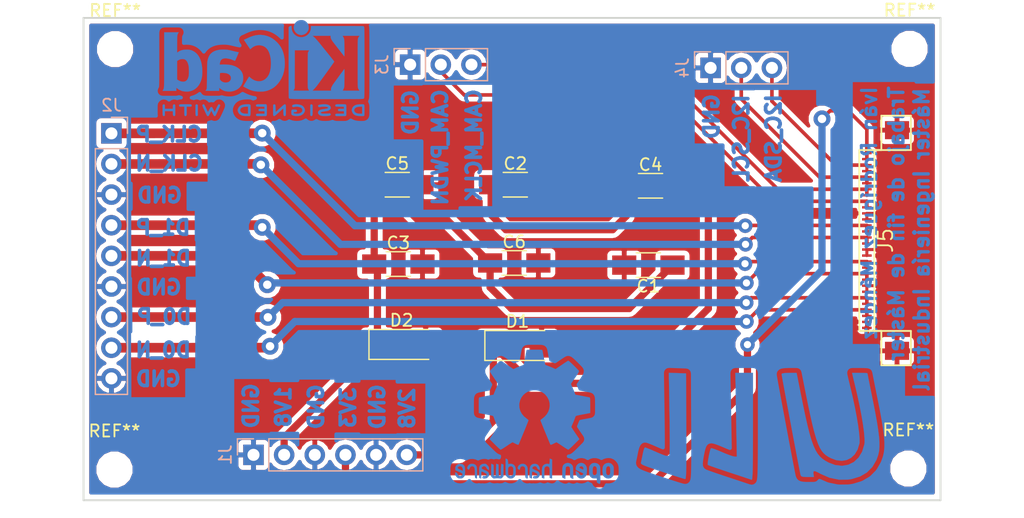
<source format=kicad_pcb>
(kicad_pcb (version 4) (host pcbnew 4.0.2+dfsg1-stable)
  (title_block (title "Módulo Puente OV5647/IMX219 DUPONT SIN EEPROM") (date 2018-04-05) (rev "Rev 1.0") (company "Universidad de la Laguna") (comment 1 "Iván Rodríguez Méndez") (comment 2 "Adaptación multicámara NVIDIA JETSON TX2") (comment 3 "Área de Teoría de la Señal y Comunicación") (comment 4 "Departamento de Ingeniería Industrial "))
  (layers (0 F.Cu signal) (31 B.Cu signal) (34 B.Paste user) (35 F.Paste user) (36 B.SilkS user) (37 F.SilkS user) (38 B.Mask user) (39 F.Mask user) (44 Edge.Cuts user))
  (net 0 "")
  (net 1 GND)
  (net 2 CON_CSI_D1_P)
  (net 3 CON_CSI_D1_N)
  (net 4 CON_CSI_D0_P)
  (net 5 CON_CSI_CLK_P)
  (net 6 CON_CSI_CLK_N)
  (net 7 CAM_I2C_SCL)
  (net 8 CAM_I2C_SDA)
  (net 9 DVDD_CAM_IO_1V8)
  (net 10 CON_CSI_D0_N)
  (net 11 CAM0_MCLK)
  (net 12 CAM0_PWDN)
  (net 13 VDD_3V3_SLP)
  (net 14 AVDD_CAM_2V8)
  (module Diodes_SMD:D_2010 (layer F.Cu) (at 125.349 97.0788)
    (fp_text reference D2 (at 0 -2) (layer F.SilkS))
    (fp_text value D_Zener)
    (pad 1 smd rect (at -2 0) (size 2 2) (layers F.Cu F.Paste F.Mask) (net 9 DVDD_CAM_IO_1V8))
    (pad 2 smd rect (at 2 0) (size 2 2) (layers F.Cu F.Paste F.Mask) (net 1 GND))
  )
  (module Diodes_SMD:D_2010 (layer F.Cu) (at 134.9502 97.1677)
    (fp_text reference D1 (at 0 -2) (layer F.SilkS))
    (fp_text value D_Zener)
    (pad 1 smd rect (at -2 0) (size 2 2) (layers F.Cu F.Paste F.Mask) (net 14 AVDD_CAM_2V8))
    (pad 2 smd rect (at 2 0) (size 2 2) (layers F.Cu F.Paste F.Mask) (net 1 GND))
  )
  (module Capacitors_SMD:C_1206_HandSoldering (layer F.Cu) (at 145.796 90.5002 180)
    (fp_text reference C1 (at 0 -1.75 180) (layer F.SilkS))
    (fp_text value "0,1 uF")
    (pad 1 smd rect (at -2 0 180) (size 2 1.6) (layers F.Cu F.Paste F.Mask) (net 9 DVDD_CAM_IO_1V8))
    (pad 2 smd rect (at 2 0 180) (size 2 1.6) (layers F.Cu F.Paste F.Mask) (net 1 GND))
  )
  (module Capacitors_SMD:C_1206_HandSoldering (layer F.Cu) (at 134.7724 83.8327)
    (fp_text reference C2 (at 0 -1.75) (layer F.SilkS))
    (fp_text value "4,7 uF")
    (pad 1 smd rect (at -2 0) (size 2 1.6) (layers F.Cu F.Paste F.Mask) (net 14 AVDD_CAM_2V8))
    (pad 2 smd rect (at 2 0) (size 2 1.6) (layers F.Cu F.Paste F.Mask) (net 1 GND))
  )
  (module Capacitors_SMD:C_1206_HandSoldering (layer F.Cu) (at 125.0823 90.4113)
    (fp_text reference C3 (at 0 -1.75) (layer F.SilkS))
    (fp_text value "0,1 uF")
    (pad 1 smd rect (at -2 0) (size 2 1.6) (layers F.Cu F.Paste F.Mask) (net 9 DVDD_CAM_IO_1V8))
    (pad 2 smd rect (at 2 0) (size 2 1.6) (layers F.Cu F.Paste F.Mask) (net 1 GND))
  )
  (module Capacitors_SMD:C_1206_HandSoldering (layer F.Cu) (at 145.9738 83.9216)
    (fp_text reference C4 (at 0 -1.75) (layer F.SilkS))
    (fp_text value "0,1 uF")
    (pad 1 smd rect (at -2 0) (size 2 1.6) (layers F.Cu F.Paste F.Mask) (net 14 AVDD_CAM_2V8))
    (pad 2 smd rect (at 2 0) (size 2 1.6) (layers F.Cu F.Paste F.Mask) (net 1 GND))
  )
  (module Capacitors_SMD:C_1206_HandSoldering (layer F.Cu) (at 124.9934 83.8327)
    (fp_text reference C5 (at 0 -1.75) (layer F.SilkS))
    (fp_text value "4,7 uF")
    (pad 1 smd rect (at -2 0) (size 2 1.6) (layers F.Cu F.Paste F.Mask) (net 9 DVDD_CAM_IO_1V8))
    (pad 2 smd rect (at 2 0) (size 2 1.6) (layers F.Cu F.Paste F.Mask) (net 1 GND))
  )
  (module Capacitors_SMD:C_1206_HandSoldering (layer F.Cu) (at 134.6835 90.3224)
    (fp_text reference C6 (at 0 -1.75) (layer F.SilkS))
    (fp_text value "0,1 uF")
    (pad 1 smd rect (at -2 0) (size 2 1.6) (layers F.Cu F.Paste F.Mask) (net 9 DVDD_CAM_IO_1V8))
    (pad 2 smd rect (at 2 0) (size 2 1.6) (layers F.Cu F.Paste F.Mask) (net 1 GND))
  )
  (module Pin_Headers:Pin_Header_Straight_1x06_Pitch2.54mm (layer B.Cu) (at 113.0808 106.2355 270)
    (fp_text reference J1 (at 0 2.33 270) (layer B.SilkS) (effects (justify mirror)))
    (fp_text value Conn_01x06)
    (pad 1 thru_hole rect (at 0 0 270) (size 1.7 1.7) (drill 1) (layers *.Cu *.Mask) (net 1 GND))
    (pad 2 thru_hole oval (at 0 -2.54 270) (size 1.7 1.7) (drill 1) (layers *.Cu *.Mask) (net 9 DVDD_CAM_IO_1V8))
    (pad 3 thru_hole oval (at 0 -5.08 270) (size 1.7 1.7) (drill 1) (layers *.Cu *.Mask) (net 1 GND))
    (pad 4 thru_hole oval (at 0 -7.62 270) (size 1.7 1.7) (drill 1) (layers *.Cu *.Mask) (net 13 VDD_3V3_SLP))
    (pad 5 thru_hole oval (at 0 -10.16 270) (size 1.7 1.7) (drill 1) (layers *.Cu *.Mask) (net 1 GND))
    (pad 6 thru_hole oval (at 0 -12.7 270) (size 1.7 1.7) (drill 1) (layers *.Cu *.Mask) (net 14 AVDD_CAM_2V8))
  )
  (module Pin_Headers:Pin_Header_Straight_1x09_Pitch2.54mm (layer B.Cu) (at 101.31044 79.57312 180)
    (fp_text reference J2 (at 0 2.33 180) (layer B.SilkS) (effects (justify mirror)))
    (fp_text value Conn_01x09)
    (pad 1 thru_hole rect (at 0 0 180) (size 1.7 1.7) (drill 1) (layers *.Cu *.Mask) (net 5 CON_CSI_CLK_P))
    (pad 2 thru_hole oval (at 0 -2.54 180) (size 1.7 1.7) (drill 1) (layers *.Cu *.Mask) (net 6 CON_CSI_CLK_N))
    (pad 3 thru_hole oval (at 0 -5.08 180) (size 1.7 1.7) (drill 1) (layers *.Cu *.Mask) (net 1 GND))
    (pad 4 thru_hole oval (at 0 -7.62 180) (size 1.7 1.7) (drill 1) (layers *.Cu *.Mask) (net 2 CON_CSI_D1_P))
    (pad 5 thru_hole oval (at 0 -10.16 180) (size 1.7 1.7) (drill 1) (layers *.Cu *.Mask) (net 3 CON_CSI_D1_N))
    (pad 6 thru_hole oval (at 0 -12.7 180) (size 1.7 1.7) (drill 1) (layers *.Cu *.Mask) (net 1 GND))
    (pad 7 thru_hole oval (at 0 -15.24 180) (size 1.7 1.7) (drill 1) (layers *.Cu *.Mask) (net 4 CON_CSI_D0_P))
    (pad 8 thru_hole oval (at 0 -17.78 180) (size 1.7 1.7) (drill 1) (layers *.Cu *.Mask) (net 10 CON_CSI_D0_N))
    (pad 9 thru_hole oval (at 0 -20.32 180) (size 1.7 1.7) (drill 1) (layers *.Cu *.Mask) (net 1 GND))
  )
  (module Pin_Headers:Pin_Header_Straight_1x03_Pitch2.54mm (layer B.Cu) (at 126.0602 73.8759 270)
    (fp_text reference J3 (at 0 2.33 270) (layer B.SilkS) (effects (justify mirror)))
    (fp_text value Conn_01x03)
    (pad 1 thru_hole rect (at 0 0 270) (size 1.7 1.7) (drill 1) (layers *.Cu *.Mask) (net 1 GND))
    (pad 2 thru_hole oval (at 0 -2.54 270) (size 1.7 1.7) (drill 1) (layers *.Cu *.Mask) (net 12 CAM0_PWDN))
    (pad 3 thru_hole oval (at 0 -5.08 270) (size 1.7 1.7) (drill 1) (layers *.Cu *.Mask) (net 11 CAM0_MCLK))
  )
  (module Pin_Headers:Pin_Header_Straight_1x03_Pitch2.54mm (layer B.Cu) (at 150.9522 74.1426 270)
    (fp_text reference J4 (at 0 2.33 270) (layer B.SilkS) (effects (justify mirror)))
    (fp_text value Conn_01x03)
    (pad 1 thru_hole rect (at 0 0 270) (size 1.7 1.7) (drill 1) (layers *.Cu *.Mask) (net 1 GND))
    (pad 2 thru_hole oval (at 0 -2.54 270) (size 1.7 1.7) (drill 1) (layers *.Cu *.Mask) (net 7 CAM_I2C_SCL))
    (pad 3 thru_hole oval (at 0 -5.08 270) (size 1.7 1.7) (drill 1) (layers *.Cu *.Mask) (net 8 CAM_I2C_SDA))
  )
  (module I-PEX-30:Molex-FPC_30 (layer F.Cu) (at 163.89604 88.45804 90)
    (fp_text reference J5 (at 0 1.55 90) (layer F.SilkS) (effects (font (size 1.2 1.2))))
    (fp_text value Conn_01x30)
    (pad 1 smd rect (at -7.25 0 90) (size 0.2 0.8) (layers F.Cu F.Paste F.Mask) (net 1 GND))
    (pad 2 smd rect (at -6.75 0 90) (size 0.2 0.8) (layers F.Cu F.Paste F.Mask) (net 1 GND))
    (pad 3 smd rect (at -6.25 0 90) (size 0.2 0.8) (layers F.Cu F.Paste F.Mask) (net 10 CON_CSI_D0_N))
    (pad 4 smd rect (at -5.75 0 90) (size 0.2 0.8) (layers F.Cu F.Paste F.Mask) (net 10 CON_CSI_D0_N))
    (pad 5 smd rect (at -5.25 0 90) (size 0.2 0.8) (layers F.Cu F.Paste F.Mask) (net 4 CON_CSI_D0_P))
    (pad 6 smd rect (at -4.75 0 90) (size 0.2 0.8) (layers F.Cu F.Paste F.Mask) (net 4 CON_CSI_D0_P))
    (pad 7 smd rect (at -4.25 0 90) (size 0.2 0.8) (layers F.Cu F.Paste F.Mask) (net 1 GND))
    (pad 8 smd rect (at -3.75 0 90) (size 0.2 0.8) (layers F.Cu F.Paste F.Mask) (net 1 GND))
    (pad 9 smd rect (at -3.25 0 90) (size 0.2 0.8) (layers F.Cu F.Paste F.Mask) (net 3 CON_CSI_D1_N))
    (pad 10 smd rect (at -2.75 0 90) (size 0.2 0.8) (layers F.Cu F.Paste F.Mask) (net 3 CON_CSI_D1_N))
    (pad 11 smd rect (at -2.25 0 90) (size 0.2 0.8) (layers F.Cu F.Paste F.Mask) (net 2 CON_CSI_D1_P))
    (pad 12 smd rect (at -1.75 0 90) (size 0.2 0.8) (layers F.Cu F.Paste F.Mask) (net 2 CON_CSI_D1_P))
    (pad 13 smd rect (at -1.25 0 90) (size 0.2 0.8) (layers F.Cu F.Paste F.Mask) (net 1 GND))
    (pad 14 smd rect (at -0.75 0 90) (size 0.2 0.8) (layers F.Cu F.Paste F.Mask) (net 1 GND))
    (pad 15 smd rect (at -0.25 0 90) (size 0.2 0.8) (layers F.Cu F.Paste F.Mask) (net 6 CON_CSI_CLK_N))
    (pad 16 smd rect (at 0.25 0 90) (size 0.2 0.8) (layers F.Cu F.Paste F.Mask) (net 6 CON_CSI_CLK_N))
    (pad 17 smd rect (at 0.75 0 90) (size 0.2 0.8) (layers F.Cu F.Paste F.Mask) (net 5 CON_CSI_CLK_P))
    (pad 18 smd rect (at 1.25 0 90) (size 0.2 0.8) (layers F.Cu F.Paste F.Mask) (net 5 CON_CSI_CLK_P))
    (pad 19 smd rect (at 1.75 0 90) (size 0.2 0.8) (layers F.Cu F.Paste F.Mask) (net 1 GND))
    (pad 20 smd rect (at 2.25 0 90) (size 0.2 0.8) (layers F.Cu F.Paste F.Mask) (net 1 GND))
    (pad 21 smd rect (at 2.75 0 90) (size 0.2 0.8) (layers F.Cu F.Paste F.Mask) (net 12 CAM0_PWDN))
    (pad 22 smd rect (at 3.25 0 90) (size 0.2 0.8) (layers F.Cu F.Paste F.Mask) (net 12 CAM0_PWDN))
    (pad 23 smd rect (at 3.75 0 90) (size 0.2 0.8) (layers F.Cu F.Paste F.Mask) (net 11 CAM0_MCLK))
    (pad 24 smd rect (at 4.25 0 90) (size 0.2 0.8) (layers F.Cu F.Paste F.Mask) (net 11 CAM0_MCLK))
    (pad 25 smd rect (at 4.75 0 90) (size 0.2 0.8) (layers F.Cu F.Paste F.Mask) (net 7 CAM_I2C_SCL))
    (pad 26 smd rect (at 5.25 0 90) (size 0.2 0.8) (layers F.Cu F.Paste F.Mask) (net 7 CAM_I2C_SCL))
    (pad 27 smd rect (at 5.75 0 90) (size 0.2 0.8) (layers F.Cu F.Paste F.Mask) (net 8 CAM_I2C_SDA))
    (pad 28 smd rect (at 6.25 0 90) (size 0.2 0.8) (layers F.Cu F.Paste F.Mask) (net 8 CAM_I2C_SDA))
    (pad 29 smd rect (at 6.75 0 90) (size 0.2 0.8) (layers F.Cu F.Paste F.Mask) (net 13 VDD_3V3_SLP))
    (pad 30 smd rect (at 7.25 0 90) (size 0.2 0.8) (layers F.Cu F.Paste F.Mask) (net 13 VDD_3V3_SLP))
    (pad 0 smd rect (at -9.15 2.5 90) (size 1.5 2) (layers F.Cu F.Paste F.Mask))
    (pad 0 smd rect (at 9.15 2.5 90) (size 1.5 2) (layers F.Cu F.Paste F.Mask))
  )
  (module "Logotipos :LOGO" (layer B.Cu) (at 155.3083 103.9241 180)
    (fp_text reference G*** hide)
    (fp_text value LOGO hide)
    (fp_poly (pts (xy -7.415561 4.2545) (xy -7.466081 4.038804) (xy -7.537631 3.741483) (xy -7.582979 3.556) (xy -7.800147 2.63536) (xy -7.988519 1.75909) (xy -8.145182 0.945445) (xy -8.267224 0.212681) (xy -8.35173 -0.420947) (xy -8.395788 -0.937181) (xy -8.396484 -1.317767) (xy -8.380985 -1.444687) (xy -8.194872 -2.050004) (xy -7.898683 -2.539271) (xy -7.509947 -2.903493) (xy -7.046193 -3.133675) (xy -6.524949 -3.22082) (xy -5.963746 -3.155933) (xy -5.43341 -2.957334) (xy -5.158692 -2.807735) (xy -4.916748 -2.642537) (xy -4.702064 -2.44798) (xy -4.509121 -2.210306) (xy -4.332405 -1.915754) (xy -4.1664 -1.550567) (xy -4.005589 -1.100984) (xy -3.844457 -0.553246) (xy -3.677488 0.106405) (xy -3.499166 0.891729) (xy -3.303975 1.816485) (xy -3.086398 2.894432) (xy -3.085324 2.899834) (xy -2.769526 4.487334) (xy -2.146763 4.487334) (xy -1.794285 4.475141) (xy -1.582374 4.44006) (xy -1.524 4.394326) (xy -1.539234 4.293827) (xy -1.582492 4.046513) (xy -1.650106 3.671913) (xy -1.738411 3.189554) (xy -1.843739 2.618963) (xy -1.962424 1.979667) (xy -2.0908 1.291194) (xy -2.225198 0.573072) (xy -2.361954 -0.155173) (xy -2.4974 -0.874013) (xy -2.627869 -1.56392) (xy -2.749695 -2.205367) (xy -2.859212 -2.778827) (xy -2.952751 -3.264772) (xy -3.026648 -3.643675) (xy -3.077235 -3.896009) (xy -3.100301 -4.0005) (xy -3.156606 -4.08446) (xy -3.288482 -4.130091) (xy -3.534745 -4.147416) (xy -3.674042 -4.148666) (xy -4.204007 -4.148666) (xy -4.166727 -3.894666) (xy -4.158471 -3.728929) (xy -4.211382 -3.657295) (xy -4.348262 -3.679604) (xy -4.591914 -3.795698) (xy -4.763783 -3.890486) (xy -5.496469 -4.210282) (xy -6.263428 -4.367668) (xy -7.047274 -4.359791) (xy -7.343166 -4.313423) (xy -8.025209 -4.104881) (xy -8.593056 -3.771362) (xy -9.045995 -3.313515) (xy -9.383311 -2.73199) (xy -9.531201 -2.319535) (xy -9.59731 -2.021954) (xy -9.631288 -1.679166) (xy -9.631458 -1.273846) (xy -9.596147 -0.788668) (xy -9.52368 -0.206308) (xy -9.412381 0.49056) (xy -9.260575 1.31926) (xy -9.101513 2.125057) (xy -8.980293 2.725707) (xy -8.870831 3.270072) (xy -8.77741 3.736698) (xy -8.704311 4.104129) (xy -8.655818 4.350912) (xy -8.63621 4.455592) (xy -8.636 4.457526) (xy -8.558228 4.471759) (xy -8.352465 4.482295) (xy -8.060048 4.487199) (xy -7.999387 4.487334) (xy -7.362774 4.487334) (xy -7.415561 4.2545)) (layer B.Cu) (width 0.01))
    (fp_poly (pts (xy 2.245718 1.016) (xy 2.183124 -2.455333) (xy 2.382728 -2.452337) (xy 2.54028 -2.417818) (xy 2.809919 -2.326846) (xy 3.150179 -2.194346) (xy 3.429 -2.075716) (xy 3.775957 -1.929775) (xy 4.064716 -1.821769) (xy 4.261547 -1.763459) (xy 4.330922 -1.761213) (xy 4.380767 -1.877028) (xy 4.440642 -2.102133) (xy 4.501378 -2.387097) (xy 4.553804 -2.682489) (xy 4.588749 -2.93888) (xy 4.597042 -3.106838) (xy 4.587324 -3.143261) (xy 4.493169 -3.184337) (xy 4.262266 -3.269424) (xy 3.918865 -3.390056) (xy 3.487213 -3.537762) (xy 2.991558 -3.704076) (xy 2.794 -3.769557) (xy 2.277182 -3.940462) (xy 1.811742 -4.094714) (xy 1.42277 -4.223969) (xy 1.135356 -4.319886) (xy 0.974591 -4.374121) (xy 0.9525 -4.381854) (xy 0.928309 -4.358805) (xy 0.90786 -4.262951) (xy 0.890885 -4.083087) (xy 0.877116 -3.808011) (xy 0.866283 -3.426519) (xy 0.858118 -2.927406) (xy 0.852353 -2.299471) (xy 0.848719 -1.531509) (xy 0.846947 -0.612317) (xy 0.846666 0.033275) (xy 0.846666 4.487334) (xy 2.308313 4.487334) (xy 2.245718 1.016)) (layer B.Cu) (width 0.01))
    (fp_poly (pts (xy 7.765501 1.200305) (xy 7.755362 0.463407) (xy 7.748281 -0.22525) (xy 7.744279 -0.846152) (xy 7.743377 -1.379786) (xy 7.745598 -1.806639) (xy 7.750963 -2.107199) (xy 7.759494 -2.261951) (xy 7.761626 -2.273859) (xy 7.804331 -2.366261) (xy 7.887278 -2.40812) (xy 8.033762 -2.394562) (xy 8.267074 -2.320714) (xy 8.610507 -2.181704) (xy 8.986123 -2.017673) (xy 9.312029 -1.876637) (xy 9.581508 -1.766594) (xy 9.756009 -1.702966) (xy 9.796988 -1.693333) (xy 9.852443 -1.769581) (xy 9.918686 -1.968628) (xy 9.976293 -2.2225) (xy 10.036975 -2.532349) (xy 10.09294 -2.796934) (xy 10.125318 -2.932663) (xy 10.131706 -2.994437) (xy 10.102063 -3.052774) (xy 10.017527 -3.116079) (xy 9.859239 -3.19276) (xy 9.608336 -3.291222) (xy 9.245957 -3.419872) (xy 8.753243 -3.587117) (xy 8.368179 -3.715829) (xy 7.841343 -3.88991) (xy 7.365487 -4.044257) (xy 6.965054 -4.171175) (xy 6.664487 -4.262973) (xy 6.488229 -4.311955) (xy 6.455027 -4.318) (xy 6.430628 -4.286269) (xy 6.410422 -4.183414) (xy 6.394189 -3.997945) (xy 6.381706 -3.718368) (xy 6.372751 -3.333191) (xy 6.367102 -2.830923) (xy 6.364537 -2.200071) (xy 6.364835 -1.429143) (xy 6.367773 -0.506647) (xy 6.370404 0.0635) (xy 6.392333 4.445) (xy 7.816407 4.49462) (xy 7.765501 1.200305)) (layer B.Cu) (width 0.01))
  )
  (module Symbols:OSHW-Logo2_14.6x12mm_Copper (layer B.Cu) (at 136.3599 103.0605 180)
    (fp_text reference REF*** hide)
    (fp_text value OSHW-Logo2_14.6x12mm_Copper hide)
    (fp_poly (pts (xy -4.8281 -3.861903) (xy -4.71655 -3.917522) (xy -4.618092 -4.019931) (xy -4.590977 -4.057864) (xy -4.561438 -4.1075) (xy -4.542272 -4.161412) (xy -4.531307 -4.233364) (xy -4.526371 -4.337122) (xy -4.525287 -4.474101) (xy -4.530182 -4.661815) (xy -4.547196 -4.802758) (xy -4.579823 -4.907908) (xy -4.631558 -4.988243) (xy -4.705896 -5.054741) (xy -4.711358 -5.058678) (xy -4.78462 -5.098953) (xy -4.87284 -5.11888) (xy -4.985038 -5.123793) (xy -5.167433 -5.123793) (xy -5.167509 -5.300857) (xy -5.169207 -5.39947) (xy -5.17955 -5.457314) (xy -5.206578 -5.492006) (xy -5.258332 -5.521164) (xy -5.270761 -5.527121) (xy -5.328923 -5.555039) (xy -5.373956 -5.572672) (xy -5.407441 -5.574194) (xy -5.430962 -5.553781) (xy -5.4461 -5.505607) (xy -5.454437 -5.423846) (xy -5.457556 -5.302672) (xy -5.45704 -5.13626) (xy -5.454471 -4.918785) (xy -5.453668 -4.853736) (xy -5.450778 -4.629502) (xy -5.448188 -4.482821) (xy -5.167586 -4.482821) (xy -5.166009 -4.607326) (xy -5.159 -4.688787) (xy -5.143142 -4.742515) (xy -5.115019 -4.783823) (xy -5.095925 -4.803971) (xy -5.017865 -4.862921) (xy -4.948753 -4.86772) (xy -4.87744 -4.819038) (xy -4.875632 -4.817241) (xy -4.846617 -4.779618) (xy -4.828967 -4.728484) (xy -4.820064 -4.649738) (xy -4.817291 -4.529276) (xy -4.817241 -4.502588) (xy -4.823942 -4.336583) (xy -4.845752 -4.221505) (xy -4.885235 -4.151254) (xy -4.944956 -4.119729) (xy -4.979472 -4.116552) (xy -5.061389 -4.13146) (xy -5.117579 -4.180548) (xy -5.151402 -4.270362) (xy -5.16622 -4.407445) (xy -5.167586 -4.482821) (xy -5.448188 -4.482821) (xy -5.447713 -4.455952) (xy -5.443753 -4.325382) (xy -5.438174 -4.230087) (xy -5.430254 -4.162364) (xy -5.419269 -4.114507) (xy -5.404499 -4.078813) (xy -5.385218 -4.047578) (xy -5.376951 -4.035824) (xy -5.267288 -3.924797) (xy -5.128635 -3.861847) (xy -4.968246 -3.844297) (xy -4.8281 -3.861903)) (layer B.Cu) (width 0.01))
    (fp_poly (pts (xy -2.582571 -3.877719) (xy -2.488877 -3.931914) (xy -2.423736 -3.985707) (xy -2.376093 -4.042066) (xy -2.343272 -4.110987) (xy -2.322594 -4.202468) (xy -2.31138 -4.326506) (xy -2.306951 -4.493098) (xy -2.306437 -4.612851) (xy -2.306437 -5.053659) (xy -2.430517 -5.109283) (xy -2.554598 -5.164907) (xy -2.569195 -4.682095) (xy -2.575227 -4.501779) (xy -2.581555 -4.370901) (xy -2.589394 -4.280511) (xy -2.599963 -4.221664) (xy -2.614477 -4.185413) (xy -2.634152 -4.16281) (xy -2.640465 -4.157917) (xy -2.736112 -4.119706) (xy -2.832793 -4.134827) (xy -2.890345 -4.174943) (xy -2.913755 -4.20337) (xy -2.929961 -4.240672) (xy -2.940259 -4.297223) (xy -2.945951 -4.383394) (xy -2.948336 -4.509558) (xy -2.948736 -4.641042) (xy -2.948814 -4.805999) (xy -2.951639 -4.922761) (xy -2.961093 -5.00151) (xy -2.98106 -5.052431) (xy -3.015424 -5.085706) (xy -3.068068 -5.11152) (xy -3.138383 -5.138344) (xy -3.21518 -5.167542) (xy -3.206038 -4.649346) (xy -3.202357 -4.462539) (xy -3.19805 -4.32449) (xy -3.191877 -4.225568) (xy -3.182598 -4.156145) (xy -3.168973 -4.10659) (xy -3.149761 -4.067273) (xy -3.126598 -4.032584) (xy -3.014848 -3.92177) (xy -2.878487 -3.857689) (xy -2.730175 -3.842339) (xy -2.582571 -3.877719)) (layer B.Cu) (width 0.01))
    (fp_poly (pts (xy -5.951779 -3.866015) (xy -5.814939 -3.937968) (xy -5.713949 -4.053766) (xy -5.678075 -4.128213) (xy -5.650161 -4.239992) (xy -5.635871 -4.381227) (xy -5.634516 -4.535371) (xy -5.645405 -4.685879) (xy -5.667847 -4.816205) (xy -5.70115 -4.909803) (xy -5.711385 -4.925922) (xy -5.832618 -5.046249) (xy -5.976613 -5.118317) (xy -6.132861 -5.139408) (xy -6.290852 -5.106802) (xy -6.33482 -5.087253) (xy -6.420444 -5.027012) (xy -6.495592 -4.947135) (xy -6.502694 -4.937004) (xy -6.531561 -4.888181) (xy -6.550643 -4.83599) (xy -6.561916 -4.767285) (xy -6.567355 -4.668918) (xy -6.568938 -4.527744) (xy -6.568965 -4.496092) (xy -6.568893 -4.486019) (xy -6.277011 -4.486019) (xy -6.275313 -4.619256) (xy -6.268628 -4.707674) (xy -6.254575 -4.764785) (xy -6.230771 -4.804102) (xy -6.218621 -4.817241) (xy -6.148764 -4.867172) (xy -6.080941 -4.864895) (xy -6.012365 -4.821584) (xy -5.971465 -4.775346) (xy -5.947242 -4.707857) (xy -5.933639 -4.601433) (xy -5.932706 -4.58902) (xy -5.930384 -4.396147) (xy -5.95465 -4.2529) (xy -6.005176 -4.16016) (xy -6.081632 -4.118807) (xy -6.108924 -4.116552) (xy -6.180589 -4.127893) (xy -6.22961 -4.167184) (xy -6.259582 -4.242326) (xy -6.274101 -4.361222) (xy -6.277011 -4.486019) (xy -6.568893 -4.486019) (xy -6.567878 -4.345659) (xy -6.563312 -4.240549) (xy -6.553312 -4.167714) (xy -6.535921 -4.114108) (xy -6.509184 -4.066681) (xy -6.503276 -4.057864) (xy -6.403968 -3.939007) (xy -6.295758 -3.870008) (xy -6.164019 -3.842619) (xy -6.119283 -3.841281) (xy -5.951779 -3.866015)) (layer B.Cu) (width 0.01))
    (fp_poly (pts (xy -3.684448 -3.884676) (xy -3.569342 -3.962111) (xy -3.480389 -4.073949) (xy -3.427251 -4.216265) (xy -3.416503 -4.321015) (xy -3.417724 -4.364726) (xy -3.427944 -4.398194) (xy -3.456039 -4.428179) (xy -3.510884 -4.46144) (xy -3.601355 -4.504738) (xy -3.736328 -4.564833) (xy -3.737011 -4.565134) (xy -3.861249 -4.622037) (xy -3.963127 -4.672565) (xy -4.032233 -4.71128) (xy -4.058154 -4.73274) (xy -4.058161 -4.732913) (xy -4.035315 -4.779644) (xy -3.981891 -4.831154) (xy -3.920558 -4.868261) (xy -3.889485 -4.875632) (xy -3.804711 -4.850138) (xy -3.731707 -4.786291) (xy -3.696087 -4.716094) (xy -3.66182 -4.664343) (xy -3.594697 -4.605409) (xy -3.515792 -4.554496) (xy -3.446179 -4.526809) (xy -3.431623 -4.525287) (xy -3.415237 -4.550321) (xy -3.41425 -4.614311) (xy -3.426292 -4.700593) (xy -3.448993 -4.792501) (xy -3.479986 -4.873369) (xy -3.481552 -4.876509) (xy -3.574819 -5.006734) (xy -3.695696 -5.095311) (xy -3.832973 -5.138786) (xy -3.97544 -5.133706) (xy -4.111888 -5.076616) (xy -4.117955 -5.072602) (xy -4.22529 -4.975326) (xy -4.295868 -4.848409) (xy -4.334926 -4.681526) (xy -4.340168 -4.634639) (xy -4.349452 -4.413329) (xy -4.338322 -4.310124) (xy -4.058161 -4.310124) (xy -4.054521 -4.374503) (xy -4.034611 -4.393291) (xy -3.984974 -4.379235) (xy -3.906733 -4.346009) (xy -3.819274 -4.304359) (xy -3.817101 -4.303256) (xy -3.74297 -4.264265) (xy -3.713219 -4.238244) (xy -3.720555 -4.210965) (xy -3.751447 -4.175121) (xy -3.83004 -4.123251) (xy -3.914677 -4.119439) (xy -3.990597 -4.157189) (xy -4.043035 -4.230001) (xy -4.058161 -4.310124) (xy -4.338322 -4.310124) (xy -4.330356 -4.236261) (xy -4.281366 -4.095829) (xy -4.213164 -3.997447) (xy -4.090065 -3.89803) (xy -3.954472 -3.848711) (xy -3.816045 -3.845568) (xy -3.684448 -3.884676)) (layer B.Cu) (width 0.01))
    (fp_poly (pts (xy -1.255402 -3.723857) (xy -1.246846 -3.843188) (xy -1.237019 -3.913506) (xy -1.223401 -3.944179) (xy -1.203473 -3.944571) (xy -1.197011 -3.94091) (xy -1.11106 -3.914398) (xy -0.999255 -3.915946) (xy -0.885586 -3.943199) (xy -0.81449 -3.978455) (xy -0.741595 -4.034778) (xy -0.688307 -4.098519) (xy -0.651725 -4.17951) (xy -0.62895 -4.287586) (xy -0.617081 -4.43258) (xy -0.613218 -4.624326) (xy -0.613149 -4.661109) (xy -0.613103 -5.074288) (xy -0.705046 -5.106339) (xy -0.770348 -5.128144) (xy -0.806176 -5.138297) (xy -0.80723 -5.138391) (xy -0.810758 -5.11086) (xy -0.813761 -5.034923) (xy -0.81601 -4.920565) (xy -0.817276 -4.777769) (xy -0.817471 -4.690951) (xy -0.817877 -4.519773) (xy -0.819968 -4.397088) (xy -0.825053 -4.313) (xy -0.83444 -4.257614) (xy -0.849439 -4.221032) (xy -0.871358 -4.193359) (xy -0.885043 -4.180032) (xy -0.979051 -4.126328) (xy -1.081636 -4.122307) (xy -1.17471 -4.167725) (xy -1.191922 -4.184123) (xy -1.217168 -4.214957) (xy -1.23468 -4.251531) (xy -1.245858 -4.304415) (xy -1.252104 -4.384177) (xy -1.254818 -4.501385) (xy -1.255402 -4.662991) (xy -1.255402 -5.074288) (xy -1.347345 -5.106339) (xy -1.412647 -5.128144) (xy -1.448475 -5.138297) (xy -1.449529 -5.138391) (xy -1.452225 -5.110448) (xy -1.454655 -5.03163) (xy -1.456722 -4.909453) (xy -1.458329 -4.751432) (xy -1.459377 -4.565083) (xy -1.459769 -4.35792) (xy -1.45977 -4.348706) (xy -1.45977 -3.55902) (xy -1.364885 -3.518997) (xy -1.27 -3.478973) (xy -1.255402 -3.723857)) (layer B.Cu) (width 0.01))
    (fp_poly (pts (xy 0.079944 -3.92436) (xy 0.194343 -3.966842) (xy 0.195652 -3.967658) (xy 0.266403 -4.01973) (xy 0.318636 -4.080584) (xy 0.355371 -4.159887) (xy 0.379634 -4.267309) (xy 0.394445 -4.412517) (xy 0.402829 -4.605179) (xy 0.403564 -4.632628) (xy 0.41412 -5.046521) (xy 0.325291 -5.092456) (xy 0.261018 -5.123498) (xy 0.22221 -5.138206) (xy 0.220415 -5.138391) (xy 0.2137 -5.11125) (xy 0.208365 -5.038041) (xy 0.205083 -4.931081) (xy 0.204368 -4.844469) (xy 0.204351 -4.704162) (xy 0.197937 -4.616051) (xy 0.17558 -4.574025) (xy 0.127732 -4.571975) (xy 0.044849 -4.60379) (xy -0.080287 -4.662272) (xy -0.172303 -4.710845) (xy -0.219629 -4.752986) (xy -0.233542 -4.798916) (xy -0.233563 -4.801189) (xy -0.210605 -4.880311) (xy -0.14263 -4.923055) (xy -0.038602 -4.929246) (xy 0.03633 -4.928172) (xy 0.075839 -4.949753) (xy 0.100478 -5.001591) (xy 0.114659 -5.067632) (xy 0.094223 -5.105104) (xy 0.086528 -5.110467) (xy 0.014083 -5.132006) (xy -0.087367 -5.135055) (xy -0.191843 -5.120778) (xy -0.265875 -5.094688) (xy -0.368228 -5.007785) (xy -0.426409 -4.886816) (xy -0.437931 -4.792308) (xy -0.429138 -4.707062) (xy -0.39732 -4.637476) (xy -0.334316 -4.575672) (xy -0.231969 -4.513772) (xy -0.082118 -4.443897) (xy -0.072988 -4.439948) (xy 0.061997 -4.377588) (xy 0.145294 -4.326446) (xy 0.180997 -4.280488) (xy 0.173203 -4.233683) (xy 0.126007 -4.179998) (xy 0.111894 -4.167644) (xy 0.017359 -4.119741) (xy -0.080594 -4.121758) (xy -0.165903 -4.168724) (xy -0.222504 -4.255669) (xy -0.227763 -4.272734) (xy -0.278977 -4.355504) (xy -0.343963 -4.395372) (xy -0.437931 -4.434882) (xy -0.437931 -4.332658) (xy -0.409347 -4.184072) (xy -0.324505 -4.047784) (xy -0.280355 -4.002191) (xy -0.179995 -3.943674) (xy -0.052365 -3.917184) (xy 0.079944 -3.92436)) (layer B.Cu) (width 0.01))
    (fp_poly (pts (xy 1.065943 -3.92192) (xy 1.198565 -3.970859) (xy 1.30601 -4.057419) (xy 1.348032 -4.118352) (xy 1.393843 -4.230161) (xy 1.392891 -4.311006) (xy 1.344808 -4.365378) (xy 1.327017 -4.374624) (xy 1.250204 -4.40345) (xy 1.210976 -4.396065) (xy 1.197689 -4.347658) (xy 1.197012 -4.32092) (xy 1.172686 -4.222548) (xy 1.109281 -4.153734) (xy 1.021154 -4.120498) (xy 0.922663 -4.128861) (xy 0.842602 -4.172296) (xy 0.815561 -4.197072) (xy 0.796394 -4.227129) (xy 0.783446 -4.272565) (xy 0.775064 -4.343476) (xy 0.769593 -4.44996) (xy 0.765378 -4.602112) (xy 0.764287 -4.650287) (xy 0.760307 -4.815095) (xy 0.755781 -4.931088) (xy 0.748995 -5.007833) (xy 0.738231 -5.054893) (xy 0.721773 -5.081835) (xy 0.697906 -5.098223) (xy 0.682626 -5.105463) (xy 0.617733 -5.13022) (xy 0.579534 -5.138391) (xy 0.566912 -5.111103) (xy 0.559208 -5.028603) (xy 0.55638 -4.889941) (xy 0.558386 -4.694162) (xy 0.559011 -4.663965) (xy 0.563421 -4.485349) (xy 0.568635 -4.354923) (xy 0.576055 -4.262492) (xy 0.587082 -4.197858) (xy 0.603117 -4.150825) (xy 0.625561 -4.111196) (xy 0.637302 -4.094215) (xy 0.704619 -4.01908) (xy 0.77991 -3.960638) (xy 0.789128 -3.955536) (xy 0.924133 -3.91526) (xy 1.065943 -3.92192)) (layer B.Cu) (width 0.01))
    (fp_poly (pts (xy 2.393914 -4.154455) (xy 2.393543 -4.372661) (xy 2.392108 -4.540519) (xy 2.389002 -4.66607) (xy 2.383622 -4.757355) (xy 2.375362 -4.822415) (xy 2.363616 -4.869291) (xy 2.347781 -4.906024) (xy 2.33579 -4.926991) (xy 2.23649 -5.040694) (xy 2.110588 -5.111965) (xy 1.971291 -5.137538) (xy 1.831805 -5.11415) (xy 1.748743 -5.072119) (xy 1.661545 -4.999411) (xy 1.602117 -4.910612) (xy 1.566261 -4.79432) (xy 1.549781 -4.639135) (xy 1.547447 -4.525287) (xy 1.547761 -4.517106) (xy 1.751724 -4.517106) (xy 1.75297 -4.647657) (xy 1.758678 -4.73408) (xy 1.771804 -4.790618) (xy 1.795306 -4.831514) (xy 1.823386 -4.862362) (xy 1.917688 -4.921905) (xy 2.01894 -4.926992) (xy 2.114636 -4.877279) (xy 2.122084 -4.870543) (xy 2.153874 -4.835502) (xy 2.173808 -4.793811) (xy 2.1846 -4.731762) (xy 2.188965 -4.635644) (xy 2.189655 -4.529379) (xy 2.188159 -4.39588) (xy 2.181964 -4.306822) (xy 2.168514 -4.248293) (xy 2.145251 -4.206382) (xy 2.126175 -4.184123) (xy 2.037563 -4.127985) (xy 1.935508 -4.121235) (xy 1.838095 -4.164114) (xy 1.819296 -4.180032) (xy 1.787293 -4.215382) (xy 1.767318 -4.257502) (xy 1.756593 -4.320251) (xy 1.752339 -4.417487) (xy 1.751724 -4.517106) (xy 1.547761 -4.517106) (xy 1.554504 -4.341947) (xy 1.578472 -4.204195) (xy 1.623548 -4.100632) (xy 1.693928 -4.019856) (xy 1.748743 -3.978455) (xy 1.848376 -3.933728) (xy 1.963855 -3.912967) (xy 2.071199 -3.918525) (xy 2.131264 -3.940943) (xy 2.154835 -3.947323) (xy 2.170477 -3.923535) (xy 2.181395 -3.859788) (xy 2.189655 -3.762687) (xy 2.198699 -3.654541) (xy 2.211261 -3.589475) (xy 2.234119 -3.552268) (xy 2.274051 -3.527699) (xy 2.299138 -3.516819) (xy 2.394023 -3.477072) (xy 2.393914 -4.154455)) (layer B.Cu) (width 0.01))
    (fp_poly (pts (xy 3.580124 -3.93984) (xy 3.584579 -4.016653) (xy 3.588071 -4.133391) (xy 3.590315 -4.280821) (xy 3.591035 -4.435455) (xy 3.591035 -4.958727) (xy 3.498645 -5.051117) (xy 3.434978 -5.108047) (xy 3.379089 -5.131107) (xy 3.302702 -5.129647) (xy 3.27238 -5.125934) (xy 3.17761 -5.115126) (xy 3.099222 -5.108933) (xy 3.080115 -5.108361) (xy 3.015699 -5.112102) (xy 2.923571 -5.121494) (xy 2.88785 -5.125934) (xy 2.800114 -5.132801) (xy 2.741153 -5.117885) (xy 2.68269 -5.071835) (xy 2.661585 -5.051117) (xy 2.569195 -4.958727) (xy 2.569195 -3.979947) (xy 2.643558 -3.946066) (xy 2.70759 -3.92097) (xy 2.745052 -3.912184) (xy 2.754657 -3.93995) (xy 2.763635 -4.01753) (xy 2.771386 -4.136348) (xy 2.777314 -4.287828) (xy 2.780173 -4.415805) (xy 2.788161 -4.919425) (xy 2.857848 -4.929278) (xy 2.921229 -4.922389) (xy 2.952286 -4.900083) (xy 2.960967 -4.858379) (xy 2.968378 -4.769544) (xy 2.973931 -4.644834) (xy 2.977036 -4.495507) (xy 2.977484 -4.418661) (xy 2.977931 -3.976287) (xy 3.069874 -3.944235) (xy 3.134949 -3.922443) (xy 3.170347 -3.912281) (xy 3.171368 -3.912184) (xy 3.17492 -3.939809) (xy 3.178823 -4.016411) (xy 3.182751 -4.132579) (xy 3.186376 -4.278904) (xy 3.188908 -4.415805) (xy 3.196897 -4.919425) (xy 3.372069 -4.919425) (xy 3.380107 -4.459965) (xy 3.388146 -4.000505) (xy 3.473543 -3.956344) (xy 3.536593 -3.926019) (xy 3.57391 -3.912258) (xy 3.574987 -3.912184) (xy 3.580124 -3.93984)) (layer B.Cu) (width 0.01))
    (fp_poly (pts (xy 4.314406 -3.935156) (xy 4.398469 -3.973393) (xy 4.46445 -4.019726) (xy 4.512794 -4.071532) (xy 4.546172 -4.138363) (xy 4.567253 -4.229769) (xy 4.578707 -4.355301) (xy 4.583203 -4.524508) (xy 4.583678 -4.635933) (xy 4.583678 -5.070627) (xy 4.509316 -5.104509) (xy 4.450746 -5.129272) (xy 4.42173 -5.138391) (xy 4.416179 -5.111257) (xy 4.411775 -5.038094) (xy 4.409078 -4.931263) (xy 4.408506 -4.846437) (xy 4.406046 -4.723887) (xy 4.399412 -4.626668) (xy 4.389726 -4.567134) (xy 4.382032 -4.554483) (xy 4.330311 -4.567402) (xy 4.249117 -4.600539) (xy 4.155102 -4.645461) (xy 4.064917 -4.693735) (xy 3.995215 -4.736928) (xy 3.962648 -4.766608) (xy 3.962519 -4.766929) (xy 3.96532 -4.821857) (xy 3.990439 -4.874292) (xy 4.034541 -4.916881) (xy 4.098909 -4.931126) (xy 4.153921 -4.929466) (xy 4.231835 -4.928245) (xy 4.272732 -4.946498) (xy 4.297295 -4.994726) (xy 4.300392 -5.00382) (xy 4.31104 -5.072598) (xy 4.282565 -5.11436) (xy 4.208344 -5.134263) (xy 4.128168 -5.137944) (xy 3.98389 -5.110658) (xy 3.909203 -5.07169) (xy 3.816963 -4.980148) (xy 3.768043 -4.867782) (xy 3.763654 -4.749051) (xy 3.805001 -4.638411) (xy 3.867197 -4.56908) (xy 3.929294 -4.530265) (xy 4.026895 -4.481125) (xy 4.140632 -4.431292) (xy 4.15959 -4.423677) (xy 4.284521 -4.368545) (xy 4.356539 -4.319954) (xy 4.3797 -4.271647) (xy 4.358064 -4.21737) (xy 4.32092 -4.174943) (xy 4.233127 -4.122702) (xy 4.13653 -4.118784) (xy 4.047944 -4.159041) (xy 3.984186 -4.239326) (xy 3.975817 -4.26004) (xy 3.927096 -4.336225) (xy 3.855965 -4.392785) (xy 3.766207 -4.439201) (xy 3.766207 -4.307584) (xy 3.77149 -4.227168) (xy 3.794142 -4.163786) (xy 3.844367 -4.096163) (xy 3.892582 -4.044076) (xy 3.967554 -3.970322) (xy 4.025806 -3.930702) (xy 4.088372 -3.91481) (xy 4.159193 -3.912184) (xy 4.314406 -3.935156)) (layer B.Cu) (width 0.01))
    (fp_poly (pts (xy 5.33569 -3.940018) (xy 5.370585 -3.955269) (xy 5.453877 -4.021235) (xy 5.525103 -4.116618) (xy 5.569153 -4.218406) (xy 5.576322 -4.268587) (xy 5.552285 -4.338647) (xy 5.499561 -4.375717) (xy 5.443031 -4.398164) (xy 5.417146 -4.4023) (xy 5.404542 -4.372283) (xy 5.379654 -4.306961) (xy 5.368735 -4.277445) (xy 5.307508 -4.175348) (xy 5.218861 -4.124423) (xy 5.105193 -4.125989) (xy 5.096774 -4.127994) (xy 5.036088 -4.156767) (xy 4.991474 -4.212859) (xy 4.961002 -4.303163) (xy 4.942744 -4.434571) (xy 4.934771 -4.613974) (xy 4.934023 -4.709433) (xy 4.933652 -4.859913) (xy 4.931223 -4.962495) (xy 4.92476 -5.027672) (xy 4.912288 -5.065938) (xy 4.891833 -5.087785) (xy 4.861419 -5.103707) (xy 4.859661 -5.104509) (xy 4.801091 -5.129272) (xy 4.772075 -5.138391) (xy 4.767616 -5.110822) (xy 4.763799 -5.03462) (xy 4.760899 -4.919541) (xy 4.759191 -4.775341) (xy 4.758851 -4.669814) (xy 4.760588 -4.465613) (xy 4.767382 -4.310697) (xy 4.781607 -4.196024) (xy 4.805638 -4.112551) (xy 4.841848 -4.051236) (xy 4.892612 -4.003034) (xy 4.942739 -3.969393) (xy 5.063275 -3.924619) (xy 5.203557 -3.914521) (xy 5.33569 -3.940018)) (layer B.Cu) (width 0.01))
    (fp_poly (pts (xy 6.343439 -3.95654) (xy 6.45895 -4.032034) (xy 6.514664 -4.099617) (xy 6.558804 -4.222255) (xy 6.562309 -4.319298) (xy 6.554368 -4.449056) (xy 6.255115 -4.580039) (xy 6.109611 -4.646958) (xy 6.014537 -4.70079) (xy 5.965101 -4.747416) (xy 5.956511 -4.79272) (xy 5.983972 -4.842582) (xy 6.014253 -4.875632) (xy 6.102363 -4.928633) (xy 6.198196 -4.932347) (xy 6.286212 -4.891041) (xy 6.350869 -4.808983) (xy 6.362433 -4.780008) (xy 6.417825 -4.689509) (xy 6.481553 -4.65094) (xy 6.568966 -4.617946) (xy 6.568966 -4.743034) (xy 6.561238 -4.828156) (xy 6.530966 -4.899938) (xy 6.467518 -4.982356) (xy 6.458088 -4.993066) (xy 6.387513 -5.066391) (xy 6.326847 -5.105742) (xy 6.25095 -5.123845) (xy 6.18803 -5.129774) (xy 6.075487 -5.131251) (xy 5.99537 -5.112535) (xy 5.94539 -5.084747) (xy 5.866838 -5.023641) (xy 5.812463 -4.957554) (xy 5.778052 -4.874441) (xy 5.759388 -4.762254) (xy 5.752256 -4.608946) (xy 5.751687 -4.531136) (xy 5.753622 -4.437853) (xy 5.929899 -4.437853) (xy 5.931944 -4.487896) (xy 5.937039 -4.496092) (xy 5.970666 -4.484958) (xy 6.04303 -4.455493) (xy 6.139747 -4.413601) (xy 6.159973 -4.404597) (xy 6.282203 -4.342442) (xy 6.349547 -4.287815) (xy 6.364348 -4.236649) (xy 6.328947 -4.184876) (xy 6.299711 -4.162) (xy 6.194216 -4.11625) (xy 6.095476 -4.123808) (xy 6.012812 -4.179651) (xy 5.955548 -4.278753) (xy 5.937188 -4.357414) (xy 5.929899 -4.437853) (xy 5.753622 -4.437853) (xy 5.755459 -4.349351) (xy 5.769359 -4.214853) (xy 5.796894 -4.116916) (xy 5.841572 -4.044811) (xy 5.906901 -3.987813) (xy 5.935383 -3.969393) (xy 6.064763 -3.921422) (xy 6.206412 -3.918403) (xy 6.343439 -3.95654)) (layer B.Cu) (width 0.01))
    (fp_poly (pts (xy 0.209014 5.547002) (xy 0.367006 5.546137) (xy 0.481347 5.543795) (xy 0.559407 5.539238) (xy 0.608554 5.53173) (xy 0.636159 5.520534) (xy 0.649592 5.504912) (xy 0.656221 5.484127) (xy 0.656865 5.481437) (xy 0.666935 5.432887) (xy 0.685575 5.337095) (xy 0.710845 5.204257) (xy 0.740807 5.044569) (xy 0.773522 4.868226) (xy 0.774664 4.862033) (xy 0.807433 4.689218) (xy 0.838093 4.536531) (xy 0.864664 4.413129) (xy 0.885167 4.328169) (xy 0.897626 4.29081) (xy 0.89822 4.290148) (xy 0.934919 4.271905) (xy 1.010586 4.241503) (xy 1.108878 4.205507) (xy 1.109425 4.205315) (xy 1.233233 4.158778) (xy 1.379196 4.099496) (xy 1.516781 4.039891) (xy 1.523293 4.036944) (xy 1.74739 3.935235) (xy 2.243619 4.274103) (xy 2.395846 4.377408) (xy 2.533741 4.469763) (xy 2.649315 4.545916) (xy 2.734579 4.600615) (xy 2.781544 4.628607) (xy 2.786004 4.630683) (xy 2.820134 4.62144) (xy 2.883881 4.576844) (xy 2.979731 4.494791) (xy 3.110169 4.373179) (xy 3.243328 4.243795) (xy 3.371694 4.116298) (xy 3.486581 3.999954) (xy 3.581073 3.901948) (xy 3.648253 3.829464) (xy 3.681206 3.789687) (xy 3.682432 3.787639) (xy 3.686074 3.760344) (xy 3.67235 3.715766) (xy 3.637869 3.647888) (xy 3.579239 3.550689) (xy 3.49307 3.418149) (xy 3.3782 3.247524) (xy 3.276254 3.097345) (xy 3.185123 2.96265) (xy 3.110073 2.85126) (xy 3.056369 2.770995) (xy 3.02928 2.729675) (xy 3.027574 2.72687) (xy 3.030882 2.687279) (xy 3.055953 2.610331) (xy 3.097798 2.510568) (xy 3.112712 2.478709) (xy 3.177786 2.336774) (xy 3.247212 2.175727) (xy 3.303609 2.036379) (xy 3.344247 1.932956) (xy 3.376526 1.854358) (xy 3.395178 1.81328) (xy 3.397497 1.810115) (xy 3.431803 1.804872) (xy 3.512669 1.790506) (xy 3.629343 1.769063) (xy 3.771075 1.742587) (xy 3.92711 1.713123) (xy 4.086698 1.682717) (xy 4.239085 1.653412) (xy 4.373521 1.627255) (xy 4.479252 1.60629) (xy 4.545526 1.592561) (xy 4.561782 1.58868) (xy 4.578573 1.5791) (xy 4.591249 1.557464) (xy 4.600378 1.516469) (xy 4.606531 1.448811) (xy 4.61028 1.347188) (xy 4.612192 1.204297) (xy 4.61284 1.012835) (xy 4.612874 0.934355) (xy 4.612874 0.296094) (xy 4.459598 0.26584) (xy 4.374322 0.249436) (xy 4.24707 0.225491) (xy 4.093315 0.196893) (xy 3.928534 0.166533) (xy 3.882989 0.158194) (xy 3.730932 0.12863) (xy 3.598468 0.099558) (xy 3.496714 0.073671) (xy 3.436788 0.053663) (xy 3.426805 0.047699) (xy 3.402293 0.005466) (xy 3.367148 -0.07637) (xy 3.328173 -0.181683) (xy 3.320442 -0.204368) (xy 3.26936 -0.345018) (xy 3.205954 -0.503714) (xy 3.143904 -0.646225) (xy 3.143598 -0.646886) (xy 3.040267 -0.87044) (xy 3.719961 -1.870232) (xy 3.283621 -2.3073) (xy 3.151649 -2.437381) (xy 3.031279 -2.552048) (xy 2.929273 -2.645181) (xy 2.852391 -2.710658) (xy 2.807393 -2.742357) (xy 2.800938 -2.744368) (xy 2.76304 -2.728529) (xy 2.685708 -2.684496) (xy 2.577389 -2.61749) (xy 2.446532 -2.532734) (xy 2.305052 -2.437816) (xy 2.161461 -2.340998) (xy 2.033435 -2.256751) (xy 1.929105 -2.190258) (xy 1.8566 -2.146702) (xy 1.824158 -2.131264) (xy 1.784576 -2.144328) (xy 1.709519 -2.17875) (xy 1.614468 -2.22738) (xy 1.604392 -2.232785) (xy 1.476391 -2.29698) (xy 1.388618 -2.328463) (xy 1.334028 -2.328798) (xy 1.305575 -2.299548) (xy 1.30541 -2.299138) (xy 1.291188 -2.264498) (xy 1.257269 -2.182269) (xy 1.206284 -2.058814) (xy 1.140862 -1.900498) (xy 1.063634 -1.713686) (xy 0.977229 -1.504742) (xy 0.893551 -1.302446) (xy 0.801588 -1.0792) (xy 0.71715 -0.872392) (xy 0.642769 -0.688362) (xy 0.580974 -0.533451) (xy 0.534297 -0.413996) (xy 0.505268 -0.336339) (xy 0.496322 -0.307356) (xy 0.518756 -0.27411) (xy 0.577439 -0.221123) (xy 0.655689 -0.162704) (xy 0.878534 0.022048) (xy 1.052718 0.233818) (xy 1.176154 0.468144) (xy 1.246754 0.720566) (xy 1.262431 0.986623) (xy 1.251036 1.109425) (xy 1.18895 1.364207) (xy 1.082023 1.589199) (xy 0.936889 1.782183) (xy 0.760178 1.940939) (xy 0.558522 2.06325) (xy 0.338554 2.146895) (xy 0.106906 2.189656) (xy -0.129791 2.189313) (xy -0.364905 2.143648) (xy -0.591804 2.050441) (xy -0.803856 1.907473) (xy -0.892364 1.826617) (xy -1.062111 1.618993) (xy -1.180301 1.392105) (xy -1.247722 1.152567) (xy -1.26516 0.906993) (xy -1.233402 0.661997) (xy -1.153235 0.424192) (xy -1.025445 0.200193) (xy -0.85082 -0.003387) (xy -0.655688 -0.162704) (xy -0.574409 -0.223602) (xy -0.516991 -0.276015) (xy -0.496322 -0.307406) (xy -0.507144 -0.341639) (xy -0.537923 -0.423419) (xy -0.586126 -0.546407) (xy -0.649222 -0.704263) (xy -0.724678 -0.890649) (xy -0.809962 -1.099226) (xy -0.893781 -1.302496) (xy -0.986255 -1.525933) (xy -1.071911 -1.732984) (xy -1.148118 -1.917286) (xy -1.212247 -2.072475) (xy -1.261668 -2.192188) (xy -1.293752 -2.270061) (xy -1.305641 -2.299138) (xy -1.333726 -2.328677) (xy -1.388051 -2.328591) (xy -1.475605 -2.297326) (xy -1.603381 -2.233329) (xy -1.604392 -2.232785) (xy -1.700598 -2.183121) (xy -1.778369 -2.146945) (xy -1.822223 -2.131408) (xy -1.824158 -2.131264) (xy -1.857171 -2.147024) (xy -1.930054 -2.19085) (xy -2.034678 -2.257557) (xy -2.16291 -2.341964) (xy -2.305052 -2.437816) (xy -2.449767 -2.534867) (xy -2.580196 -2.61927) (xy -2.68789 -2.685801) (xy -2.764402 -2.729238) (xy -2.800938 -2.744368) (xy -2.834582 -2.724482) (xy -2.902224 -2.668903) (xy -2.997107 -2.583754) (xy -3.11247 -2.475153) (xy -3.241555 -2.349221) (xy -3.283771 -2.307149) (xy -3.720261 -1.869931) (xy -3.388023 -1.38234) (xy -3.287054 -1.232605) (xy -3.198438 -1.09822) (xy -3.127146 -0.986969) (xy -3.07815 -0.906639) (xy -3.056422 -0.865014) (xy -3.055785 -0.862053) (xy -3.06724 -0.822818) (xy -3.098051 -0.743895) (xy -3.142884 -0.638509) (xy -3.174353 -0.567954) (xy -3.233192 -0.432876) (xy -3.288604 -0.296409) (xy -3.331564 -0.181103) (xy -3.343234 -0.145977) (xy -3.376389 -0.052174) (xy -3.408799 0.020306) (xy -3.426601 0.047699) (xy -3.465886 0.064464) (xy -3.551626 0.08823) (xy -3.672697 0.116303) (xy -3.817973 0.145991) (xy -3.882988 0.158194) (xy -4.048087 0.188532) (xy -4.206448 0.217907) (xy -4.342596 0.243431) (xy -4.441057 0.262215) (xy -4.459598 0.26584) (xy -4.612873 0.296094) (xy -4.612873 0.934355) (xy -4.612529 1.14423) (xy -4.611116 1.30302) (xy -4.608064 1.418027) (xy -4.602803 1.496554) (xy -4.594763 1.545904) (xy -4.583373 1.573381) (xy -4.568063 1.586287) (xy -4.561782 1.58868) (xy -4.523896 1.597167) (xy -4.440195 1.6141) (xy -4.321433 1.637434) (xy -4.178361 1.665125) (xy -4.021732 1.695127) (xy -3.862297 1.725396) (xy -3.710809 1.753885) (xy -3.578019 1.778551) (xy -3.474681 1.797349) (xy -3.411545 1.808233) (xy -3.397497 1.810115) (xy -3.38477 1.835296) (xy -3.3566 1.902378) (xy -3.318252 1.998667) (xy -3.303609 2.036379) (xy -3.244548 2.182079) (xy -3.175 2.343049) (xy -3.112712 2.478709) (xy -3.066879 2.582439) (xy -3.036387 2.667674) (xy -3.026208 2.719874) (xy -3.027831 2.72687) (xy -3.049343 2.759898) (xy -3.098465 2.833357) (xy -3.169923 2.939423) (xy -3.258445 3.070274) (xy -3.358759 3.218088) (xy -3.378594 3.247266) (xy -3.494988 3.420137) (xy -3.580548 3.551774) (xy -3.638684 3.648239) (xy -3.672808 3.715592) (xy -3.686331 3.759894) (xy -3.682664 3.787206) (xy -3.68257 3.78738) (xy -3.653707 3.823254) (xy -3.589867 3.892609) (xy -3.497969 3.988255) (xy -3.384933 4.103001) (xy -3.257679 4.229659) (xy -3.243328 4.243795) (xy -3.082957 4.399097) (xy -2.959195 4.51313) (xy -2.869555 4.587998) (xy -2.811552 4.625804) (xy -2.786004 4.630683) (xy -2.748718 4.609397) (xy -2.671343 4.560227) (xy -2.561867 4.488425) (xy -2.42828 4.399245) (xy -2.27857 4.297937) (xy -2.243618 4.274103) (xy -1.74739 3.935235) (xy -1.523293 4.036944) (xy -1.387011 4.096217) (xy -1.240724 4.15583) (xy -1.114965 4.20336) (xy -1.109425 4.205315) (xy -1.011057 4.241323) (xy -0.935229 4.271771) (xy -0.898282 4.290095) (xy -0.89822 4.290148) (xy -0.886496 4.323271) (xy -0.866568 4.404733) (xy -0.840413 4.525375) (xy -0.81001 4.676041) (xy -0.777337 4.847572) (xy -0.774664 4.862033) (xy -0.74189 5.038765) (xy -0.711802 5.19919) (xy -0.686339 5.333112) (xy -0.667441 5.430337) (xy -0.657047 5.480668) (xy -0.656865 5.481437) (xy -0.650539 5.502847) (xy -0.638239 5.519012) (xy -0.612594 5.530669) (xy -0.566235 5.538555) (xy -0.491792 5.543407) (xy -0.381895 5.545961) (xy -0.229175 5.546955) (xy -0.026262 5.547126) (xy 0 5.547126) (xy 0.209014 5.547002)) (layer B.Cu) (width 0.01))
  )
  (module Mounting_Holes:MountingHole_2.2mm_M2 (layer F.Cu) (at 167.33266 107.37342)
    (fp_text reference REF** (at 0 -3.2) (layer F.SilkS))
    (fp_text value MountingHole_2.2mm_M2)
    (pad 1 np_thru_hole circle (at 0 0) (size 2.2 2.2) (drill 2.2) (layers *.Cu *.Mask))
  )
  (module Mounting_Holes:MountingHole_2.2mm_M2 (layer F.Cu) (at 101.5619 107.45724)
    (fp_text reference REF** (at 0 -3.2) (layer F.SilkS))
    (fp_text value MountingHole_2.2mm_M2)
    (pad 1 np_thru_hole circle (at 0 0) (size 2.2 2.2) (drill 2.2) (layers *.Cu *.Mask))
  )
  (module Mounting_Holes:MountingHole_2.2mm_M2 (layer F.Cu) (at 167.4368 72.56272)
    (fp_text reference REF** (at 0 -3.2) (layer F.SilkS))
    (fp_text value MountingHole_2.2mm_M2)
    (pad 1 np_thru_hole circle (at 0 0) (size 2.2 2.2) (drill 2.2) (layers *.Cu *.Mask))
  )
  (module Mounting_Holes:MountingHole_2.2mm_M2 (layer F.Cu) (at 101.61778 72.58812)
    (fp_text reference REF** (at 0 -3.2) (layer F.SilkS))
    (fp_text value MountingHole_2.2mm_M2)
    (pad 1 np_thru_hole circle (at 0 0) (size 2.2 2.2) (drill 2.2) (layers *.Cu *.Mask))
  )
  (module Zener:KiCad-Logo-Cobre (layer B.Cu) (at 113.919 74.1426 180)
    (fp_text reference REF*** hide)
    (fp_text value KiCad-Logo2_8mm_SilkScreen hide)
    (fp_poly (pts (xy -8.149754 -3.020945) (xy -8.097189 -3.02148) (xy -7.943165 -3.025196) (xy -7.814171 -3.036235) (xy -7.705809 -3.055782) (xy -7.613684 -3.085019) (xy -7.533399 -3.125133) (xy -7.460558 -3.177305) (xy -7.434541 -3.199969) (xy -7.391383 -3.252998) (xy -7.352467 -3.324957) (xy -7.322473 -3.40472) (xy -7.306081 -3.481161) (xy -7.304378 -3.509408) (xy -7.315051 -3.58771) (xy -7.343653 -3.673241) (xy -7.385057 -3.754199) (xy -7.434141 -3.818782) (xy -7.442113 -3.826574) (xy -7.509646 -3.881344) (xy -7.583598 -3.924099) (xy -7.668234 -3.955959) (xy -7.767817 -3.978044) (xy -7.886612 -3.991474) (xy -8.02888 -3.99737) (xy -8.094046 -3.99787) (xy -8.176901 -3.997471) (xy -8.235169 -3.995802) (xy -8.274316 -3.992158) (xy -8.299809 -3.985829) (xy -8.317114 -3.97611) (xy -8.32639 -3.96781) (xy -8.335152 -3.957728) (xy -8.342025 -3.944721) (xy -8.347238 -3.925305) (xy -8.351019 -3.895996) (xy -8.353597 -3.853309) (xy -8.3552 -3.793761) (xy -8.356057 -3.713866) (xy -8.356397 -3.610141) (xy -8.356449 -3.509408) (xy -8.35678 -3.375055) (xy -8.356708 -3.267728) (xy -8.35543 -3.216331) (xy -8.161065 -3.216331) (xy -8.161065 -3.802485) (xy -8.037071 -3.802371) (xy -7.962461 -3.800232) (xy -7.884318 -3.794719) (xy -7.81912 -3.787008) (xy -7.817136 -3.786691) (xy -7.711763 -3.761214) (xy -7.630032 -3.721536) (xy -7.567862 -3.665074) (xy -7.52836 -3.603942) (xy -7.50402 -3.536129) (xy -7.505907 -3.472455) (xy -7.534155 -3.404201) (xy -7.589408 -3.333592) (xy -7.665973 -3.281271) (xy -7.765495 -3.246299) (xy -7.832007 -3.233922) (xy -7.907507 -3.22523) (xy -7.987525 -3.21894) (xy -8.055584 -3.216324) (xy -8.059615 -3.216312) (xy -8.161065 -3.216331) (xy -8.35543 -3.216331) (xy -8.354636 -3.184417) (xy -8.348961 -3.122115) (xy -8.338087 -3.077811) (xy -8.320414 -3.048496) (xy -8.294343 -3.031161) (xy -8.258275 -3.022797) (xy -8.210612 -3.020395) (xy -8.149754 -3.020945)) (layer B.Cu) (width 0.01))
    (fp_poly (pts (xy -6.27443 -3.021052) (xy -6.182022 -3.021548) (xy -6.112273 -3.022701) (xy -6.061483 -3.02478) (xy -6.025951 -3.028051) (xy -6.001978 -3.032783) (xy -5.985864 -3.039243) (xy -5.973909 -3.047699) (xy -5.969579 -3.051591) (xy -5.943251 -3.09294) (xy -5.938511 -3.140452) (xy -5.95583 -3.182631) (xy -5.963839 -3.191156) (xy -5.976792 -3.199421) (xy -5.997648 -3.205797) (xy -6.030276 -3.210595) (xy -6.078542 -3.214124) (xy -6.146314 -3.216694) (xy -6.23746 -3.218617) (xy -6.320791 -3.219787) (xy -6.650592 -3.223846) (xy -6.659606 -3.396686) (xy -6.435742 -3.396686) (xy -6.338554 -3.397525) (xy -6.267403 -3.401032) (xy -6.218291 -3.408695) (xy -6.187217 -3.422003) (xy -6.170184 -3.442441) (xy -6.163192 -3.471499) (xy -6.16213 -3.498467) (xy -6.16543 -3.531557) (xy -6.177883 -3.55594) (xy -6.20332 -3.572889) (xy -6.245571 -3.583679) (xy -6.308466 -3.589584) (xy -6.395835 -3.591877) (xy -6.443521 -3.592071) (xy -6.658106 -3.592071) (xy -6.658106 -3.802485) (xy -6.327455 -3.802485) (xy -6.21907 -3.802636) (xy -6.136697 -3.803314) (xy -6.076289 -3.804856) (xy -6.033799 -3.807599) (xy -6.005181 -3.811881) (xy -5.986388 -3.818039) (xy -5.973374 -3.826409) (xy -5.966745 -3.832544) (xy -5.944007 -3.868349) (xy -5.936686 -3.900177) (xy -5.947139 -3.939054) (xy -5.966745 -3.96781) (xy -5.977205 -3.976863) (xy -5.990708 -3.983893) (xy -6.010886 -3.989154) (xy -6.041371 -3.992901) (xy -6.085795 -3.99539) (xy -6.147791 -3.996875) (xy -6.230991 -3.997611) (xy -6.339027 -3.997854) (xy -6.395089 -3.99787) (xy -6.515144 -3.997763) (xy -6.608774 -3.997275) (xy -6.679609 -3.996149) (xy -6.731281 -3.994131) (xy -6.767423 -3.990966) (xy -6.791668 -3.986399) (xy -6.807647 -3.980176) (xy -6.818993 -3.97204) (xy -6.823432 -3.96781) (xy -6.832217 -3.957696) (xy -6.839104 -3.944648) (xy -6.844321 -3.92517) (xy -6.848099 -3.895764) (xy -6.85067 -3.852934) (xy -6.852264 -3.793184) (xy -6.853111 -3.713017) (xy -6.853442 -3.608937) (xy -6.853491 -3.512028) (xy -6.853446 -3.387923) (xy -6.853134 -3.290366) (xy -6.852288 -3.215846) (xy -6.850642 -3.160851) (xy -6.847929 -3.12187) (xy -6.843883 -3.095393) (xy -6.838237 -3.077906) (xy -6.830726 -3.0659) (xy -6.821082 -3.055863) (xy -6.818706 -3.053626) (xy -6.807175 -3.043719) (xy -6.793778 -3.036048) (xy -6.774796 -3.030326) (xy -6.746515 -3.026268) (xy -6.705218 -3.023588) (xy -6.647188 -3.022002) (xy -6.568709 -3.021224) (xy -6.466066 -3.020968) (xy -6.393196 -3.020946) (xy -6.27443 -3.021052)) (layer B.Cu) (width 0.01))
    (fp_poly (pts (xy -4.914988 -3.022657) (xy -4.815383 -3.02962) (xy -4.722744 -3.040495) (xy -4.642458 -3.054874) (xy -4.579908 -3.072346) (xy -4.540481 -3.092502) (xy -4.534429 -3.098435) (xy -4.513384 -3.144475) (xy -4.519766 -3.19174) (xy -4.552407 -3.232178) (xy -4.553964 -3.233337) (xy -4.573163 -3.245797) (xy -4.593205 -3.252349) (xy -4.62116 -3.253144) (xy -4.664099 -3.248336) (xy -4.729091 -3.238075) (xy -4.734319 -3.237211) (xy -4.831161 -3.225314) (xy -4.935644 -3.219445) (xy -5.040435 -3.219388) (xy -5.138202 -3.224927) (xy -5.221612 -3.235845) (xy -5.283333 -3.251925) (xy -5.287388 -3.253541) (xy -5.332164 -3.278629) (xy -5.347896 -3.304018) (xy -5.33558 -3.328987) (xy -5.296215 -3.352816) (xy -5.230798 -3.374782) (xy -5.140326 -3.394166) (xy -5.08 -3.403498) (xy -4.9546 -3.421449) (xy -4.854865 -3.437859) (xy -4.776546 -3.454148) (xy -4.715393 -3.471738) (xy -4.667159 -3.492049) (xy -4.627595 -3.516503) (xy -4.592452 -3.54652) (xy -4.564211 -3.575996) (xy -4.530708 -3.617067) (xy -4.514219 -3.652382) (xy -4.509063 -3.695893) (xy -4.508876 -3.711828) (xy -4.512748 -3.764705) (xy -4.528227 -3.804043) (xy -4.555015 -3.83896) (xy -4.609459 -3.892334) (xy -4.67017 -3.933038) (xy -4.741658 -3.9624) (xy -4.828436 -3.981747) (xy -4.935014 -3.992406) (xy -5.065903 -3.995705) (xy -5.087515 -3.995649) (xy -5.174798 -3.99384) (xy -5.261359 -3.989729) (xy -5.337762 -3.983906) (xy -5.39457 -3.976961) (xy -5.399164 -3.976164) (xy -5.455645 -3.962784) (xy -5.503552 -3.945882) (xy -5.530673 -3.930431) (xy -5.555911 -3.889666) (xy -5.557669 -3.842198) (xy -5.535912 -3.799895) (xy -5.531044 -3.795112) (xy -5.510922 -3.780899) (xy -5.485758 -3.774776) (xy -5.446813 -3.775818) (xy -5.399535 -3.781234) (xy -5.346705 -3.786073) (xy -5.272648 -3.790155) (xy -5.186191 -3.793118) (xy -5.096163 -3.794597) (xy -5.072485 -3.794694) (xy -4.982122 -3.79433) (xy -4.915989 -3.792576) (xy -4.868267 -3.788823) (xy -4.833138 -3.782463) (xy -4.804782 -3.772887) (xy -4.787741 -3.764911) (xy -4.750296 -3.742765) (xy -4.726421 -3.722708) (xy -4.722932 -3.717023) (xy -4.730293 -3.693545) (xy -4.765287 -3.670817) (xy -4.825488 -3.64987) (xy -4.908471 -3.631736) (xy -4.93292 -3.627697) (xy -5.060622 -3.607639) (xy -5.16254 -3.590874) (xy -5.242606 -3.576183) (xy -5.304754 -3.562348) (xy -5.352918 -3.548151) (xy -5.391032 -3.532373) (xy -5.42303 -3.513796) (xy -5.452844 -3.491202) (xy -5.48441 -3.463373) (xy -5.495032 -3.453616) (xy -5.532273 -3.417202) (xy -5.551987 -3.388352) (xy -5.559699 -3.355338) (xy -5.560947 -3.313735) (xy -5.547215 -3.232151) (xy -5.506178 -3.162834) (xy -5.43807 -3.106008) (xy -5.343127 -3.061897) (xy -5.275384 -3.042112) (xy -5.201759 -3.029333) (xy -5.113561 -3.022104) (xy -5.016176 -3.020015) (xy -4.914988 -3.022657)) (layer B.Cu) (width 0.01))
    (fp_poly (pts (xy -3.892663 -3.051006) (xy -3.883901 -3.061088) (xy -3.877028 -3.074095) (xy -3.871815 -3.093511) (xy -3.868034 -3.12282) (xy -3.865456 -3.165507) (xy -3.863853 -3.225055) (xy -3.862995 -3.30495) (xy -3.862656 -3.408676) (xy -3.862603 -3.509408) (xy -3.862696 -3.634352) (xy -3.863127 -3.732721) (xy -3.864123 -3.808001) (xy -3.865915 -3.863674) (xy -3.868729 -3.903226) (xy -3.872796 -3.930141) (xy -3.878342 -3.947903) (xy -3.885597 -3.959997) (xy -3.892663 -3.96781) (xy -3.936602 -3.994012) (xy -3.98342 -3.991661) (xy -4.025309 -3.963084) (xy -4.034934 -3.951927) (xy -4.042455 -3.938983) (xy -4.048134 -3.920672) (xy -4.052227 -3.893418) (xy -4.054995 -3.85364) (xy -4.056696 -3.797762) (xy -4.057589 -3.722204) (xy -4.057933 -3.623388) (xy -4.057988 -3.511514) (xy -4.057988 -3.094728) (xy -4.021097 -3.057837) (xy -3.975625 -3.0268) (xy -3.931516 -3.025681) (xy -3.892663 -3.051006)) (layer B.Cu) (width 0.01))
    (fp_poly (pts (xy -2.596262 -3.028312) (xy -2.505041 -3.043618) (xy -2.434982 -3.067411) (xy -2.389404 -3.09874) (xy -2.376984 -3.116614) (xy -2.364354 -3.158185) (xy -2.372853 -3.195792) (xy -2.399685 -3.231455) (xy -2.441376 -3.248139) (xy -2.50187 -3.246784) (xy -2.548659 -3.237745) (xy -2.652628 -3.220523) (xy -2.75888 -3.218887) (xy -2.877809 -3.232865) (xy -2.91066 -3.238788) (xy -3.021245 -3.269967) (xy -3.107759 -3.316346) (xy -3.169253 -3.377135) (xy -3.204778 -3.451544) (xy -3.212125 -3.490014) (xy -3.207316 -3.568063) (xy -3.176266 -3.637117) (xy -3.121806 -3.695829) (xy -3.046764 -3.742853) (xy -2.95397 -3.776843) (xy -2.846252 -3.796454) (xy -2.726441 -3.800341) (xy -2.597365 -3.787156) (xy -2.590077 -3.785912) (xy -2.538738 -3.77635) (xy -2.510272 -3.767114) (xy -2.497934 -3.753409) (xy -2.494978 -3.730442) (xy -2.494911 -3.718279) (xy -2.494911 -3.667219) (xy -2.586077 -3.667219) (xy -2.666582 -3.661704) (xy -2.721521 -3.64413) (xy -2.753486 -3.612953) (xy -2.765072 -3.56663) (xy -2.765213 -3.560584) (xy -2.758435 -3.520989) (xy -2.735191 -3.492717) (xy -2.69193 -3.474007) (xy -2.625101 -3.4631) (xy -2.56037 -3.45909) (xy -2.466287 -3.456789) (xy -2.398044 -3.4603) (xy -2.351501 -3.473255) (xy -2.322518 -3.499286) (xy -2.306955 -3.542027) (xy -2.300671 -3.60511) (xy -2.299526 -3.687964) (xy -2.301402 -3.780446) (xy -2.307046 -3.843354) (xy -2.316482 -3.876939) (xy -2.318313 -3.879569) (xy -2.370125 -3.921534) (xy -2.44609 -3.954768) (xy -2.541392 -3.978559) (xy -2.651216 -3.992199) (xy -2.770746 -3.994978) (xy -2.895166 -3.986185) (xy -2.968343 -3.975385) (xy -3.08312 -3.942898) (xy -3.189796 -3.889786) (xy -3.279111 -3.820855) (xy -3.292686 -3.807078) (xy -3.336792 -3.749158) (xy -3.376589 -3.677376) (xy -3.407427 -3.602119) (xy -3.424657 -3.533777) (xy -3.426734 -3.507529) (xy -3.417893 -3.452777) (xy -3.394395 -3.384655) (xy -3.360749 -3.31295) (xy -3.321464 -3.247449) (xy -3.286755 -3.203698) (xy -3.205603 -3.138619) (xy -3.100698 -3.086821) (xy -2.9758 -3.049474) (xy -2.834667 -3.027753) (xy -2.705325 -3.022445) (xy -2.596262 -3.028312)) (layer B.Cu) (width 0.01))
    (fp_poly (pts (xy -1.73092 -3.02678) (xy -1.699545 -3.045185) (xy -1.658522 -3.075285) (xy -1.605724 -3.118496) (xy -1.539025 -3.176238) (xy -1.456299 -3.249928) (xy -1.35542 -3.340984) (xy -1.239941 -3.445674) (xy -0.999467 -3.663743) (xy -0.991952 -3.371044) (xy -0.989239 -3.27029) (xy -0.986622 -3.195258) (xy -0.98352 -3.14162) (xy -0.979356 -3.105046) (xy -0.973551 -3.081207) (xy -0.965524 -3.065774) (xy -0.954697 -3.054418) (xy -0.948956 -3.049646) (xy -0.902983 -3.024413) (xy -0.859237 -3.028102) (xy -0.824535 -3.049659) (xy -0.789053 -3.078371) (xy -0.78464 -3.497686) (xy -0.783419 -3.621007) (xy -0.782797 -3.717884) (xy -0.78299 -3.79193) (xy -0.784214 -3.846757) (xy -0.786684 -3.885979) (xy -0.790614 -3.913209) (xy -0.79622 -3.932059) (xy -0.803718 -3.946141) (xy -0.812033 -3.957435) (xy -0.830022 -3.978382) (xy -0.847921 -3.992267) (xy -0.868212 -3.997596) (xy -0.893378 -3.992876) (xy -0.9259 -3.976613) (xy -0.968263 -3.947313) (xy -1.022948 -3.903482) (xy -1.092437 -3.843627) (xy -1.179215 -3.766254) (xy -1.277515 -3.67735) (xy -1.63071 -3.356971) (xy -1.638225 -3.648713) (xy -1.640943 -3.749283) (xy -1.643567 -3.82414) (xy -1.646679 -3.87762) (xy -1.650862 -3.914062) (xy -1.656697 -3.937804) (xy -1.664766 -3.953182) (xy -1.675651 -3.964536) (xy -1.681221 -3.969162) (xy -1.730456 -3.994578) (xy -1.776977 -3.990745) (xy -1.817489 -3.958269) (xy -1.826756 -3.945203) (xy -1.833979 -3.929945) (xy -1.839412 -3.908832) (xy -1.843308 -3.878205) (xy -1.845921 -3.834402) (xy -1.847507 -3.773763) (xy -1.848318 -3.692627) (xy -1.848608 -3.587333) (xy -1.848639 -3.509408) (xy -1.848541 -3.387524) (xy -1.848079 -3.292039) (xy -1.846997 -3.219291) (xy -1.845043 -3.165619) (xy -1.841962 -3.127363) (xy -1.8375 -3.100863) (xy -1.831403 -3.082456) (xy -1.823417 -3.068484) (xy -1.817489 -3.060547) (xy -1.802462 -3.041748) (xy -1.788418 -3.027553) (xy -1.77323 -3.019382) (xy -1.754773 -3.018652) (xy -1.73092 -3.02678)) (layer B.Cu) (width 0.01))
    (fp_poly (pts (xy 0.30667 -3.021203) (xy 0.408331 -3.02242) (xy 0.486236 -3.025266) (xy 0.543535 -3.03041) (xy 0.583381 -3.03852) (xy 0.608922 -3.050267) (xy 0.623311 -3.066318) (xy 0.629699 -3.087344) (xy 0.631235 -3.114012) (xy 0.631243 -3.117162) (xy 0.629909 -3.147326) (xy 0.623605 -3.170639) (xy 0.608876 -3.188042) (xy 0.582269 -3.200476) (xy 0.540328 -3.208881) (xy 0.4796 -3.214201) (xy 0.39663 -3.217375) (xy 0.287965 -3.219345) (xy 0.254659 -3.219781) (xy -0.067633 -3.223846) (xy -0.07214 -3.310266) (xy -0.076648 -3.396686) (xy 0.147217 -3.396686) (xy 0.234675 -3.397009) (xy 0.297123 -3.398373) (xy 0.339608 -3.401375) (xy 0.367177 -3.406609) (xy 0.384876 -3.414671) (xy 0.397751 -3.426156) (xy 0.397834 -3.426247) (xy 0.421184 -3.471007) (xy 0.42034 -3.519383) (xy 0.395833 -3.560622) (xy 0.390983 -3.564861) (xy 0.373769 -3.575785) (xy 0.35018 -3.583385) (xy 0.314961 -3.588233) (xy 0.262854 -3.590902) (xy 0.188604 -3.591964) (xy 0.141116 -3.592071) (xy -0.075148 -3.592071) (xy -0.075148 -3.802485) (xy 0.253174 -3.802485) (xy 0.361572 -3.802675) (xy 0.443889 -3.80345) (xy 0.504103 -3.80512) (xy 0.546189 -3.807994) (xy 0.574125 -3.812383) (xy 0.591888 -3.818595) (xy 0.603454 -3.82694) (xy 0.606369 -3.82997) (xy 0.62789 -3.87197) (xy 0.629464 -3.91975) (xy 0.611809 -3.961178) (xy 0.597839 -3.974473) (xy 0.583308 -3.981792) (xy 0.560792 -3.987455) (xy 0.52673 -3.991659) (xy 0.477561 -3.994604) (xy 0.409722 -3.996487) (xy 0.319652 -3.997506) (xy 0.203791 -3.997861) (xy 0.177597 -3.99787) (xy 0.059793 -3.997792) (xy -0.03165 -3.997367) (xy -0.100432 -3.996302) (xy -0.15025 -3.994305) (xy -0.184806 -3.991086) (xy -0.207796 -3.986352) (xy -0.22292 -3.979813) (xy -0.233877 -3.971177) (xy -0.239888 -3.964976) (xy -0.248936 -3.953993) (xy -0.256004 -3.940388) (xy -0.261337 -3.920592) (xy -0.265178 -3.891038) (xy -0.267771 -3.848157) (xy -0.269359 -3.788381) (xy -0.270185 -3.708143) (xy -0.270494 -3.603875) (xy -0.270532 -3.516116) (xy -0.270438 -3.393144) (xy -0.269989 -3.296605) (xy -0.268938 -3.222875) (xy -0.267036 -3.168326) (xy -0.264037 -3.129335) (xy -0.259691 -3.102275) (xy -0.253752 -3.08352) (xy -0.245971 -3.069446) (xy -0.239382 -3.060547) (xy -0.208232 -3.020946) (xy 0.178102 -3.020946) (xy 0.30667 -3.021203)) (layer B.Cu) (width 0.01))
    (fp_poly (pts (xy 1.355737 -3.021223) (xy 1.527455 -3.027029) (xy 1.673509 -3.044637) (xy 1.796307 -3.075099) (xy 1.898257 -3.119471) (xy 1.981768 -3.178807) (xy 2.049247 -3.25416) (xy 2.103103 -3.346586) (xy 2.104162 -3.34884) (xy 2.136303 -3.43156) (xy 2.147755 -3.50482) (xy 2.138474 -3.578548) (xy 2.108415 -3.662671) (xy 2.102715 -3.675473) (xy 2.063839 -3.750398) (xy 2.020149 -3.808293) (xy 1.96376 -3.857508) (xy 1.886792 -3.906393) (xy 1.88232 -3.908945) (xy 1.815317 -3.941131) (xy 1.739585 -3.965168) (xy 1.650258 -3.981887) (xy 1.542469 -3.992115) (xy 1.411352 -3.996682) (xy 1.365026 -3.997079) (xy 1.14443 -3.99787) (xy 1.11328 -3.958269) (xy 1.10404 -3.945247) (xy 1.096832 -3.93004) (xy 1.091404 -3.909002) (xy 1.087505 -3.878486) (xy 1.084883 -3.834847) (xy 1.084028 -3.802485) (xy 1.292545 -3.802485) (xy 1.417536 -3.802485) (xy 1.490677 -3.800346) (xy 1.565761 -3.794717) (xy 1.627384 -3.786779) (xy 1.631103 -3.786111) (xy 1.740553 -3.756748) (xy 1.825448 -3.712633) (xy 1.888472 -3.651719) (xy 1.932314 -3.57196) (xy 1.939937 -3.55082) (xy 1.94741 -3.517898) (xy 1.944175 -3.485372) (xy 1.928433 -3.4421) (xy 1.918944 -3.420843) (xy 1.887871 -3.364356) (xy 1.850433 -3.324727) (xy 1.809241 -3.29713) (xy 1.72673 -3.261218) (xy 1.621133 -3.235204) (xy 1.498118 -3.220224) (xy 1.409024 -3.216928) (xy 1.292545 -3.216331) (xy 1.292545 -3.802485) (xy 1.084028 -3.802485) (xy 1.083286 -3.774436) (xy 1.082464 -3.693608) (xy 1.082164 -3.588717) (xy 1.08213 -3.506698) (xy 1.08213 -3.094728) (xy 1.119021 -3.057837) (xy 1.135394 -3.042884) (xy 1.153097 -3.032644) (xy 1.177819 -3.026237) (xy 1.215248 -3.022783) (xy 1.271073 -3.021403) (xy 1.350982 -3.021217) (xy 1.355737 -3.021223)) (layer B.Cu) (width 0.01))
    (fp_poly (pts (xy 4.985501 -3.023566) (xy 5.011582 -3.032886) (xy 5.012588 -3.033342) (xy 5.048006 -3.06037) (xy 5.06752 -3.088172) (xy 5.071338 -3.101208) (xy 5.071149 -3.118528) (xy 5.065776 -3.143203) (xy 5.054042 -3.1783) (xy 5.034767 -3.226889) (xy 5.006776 -3.292038) (xy 4.96889 -3.376817) (xy 4.919932 -3.484295) (xy 4.892985 -3.543039) (xy 4.844324 -3.647909) (xy 4.798644 -3.74435) (xy 4.757688 -3.828834) (xy 4.7232 -3.897836) (xy 4.696923 -3.94783) (xy 4.6806 -3.97529) (xy 4.67737 -3.979083) (xy 4.636043 -3.995816) (xy 4.589363 -3.993575) (xy 4.551924 -3.973223) (xy 4.550398 -3.971568) (xy 4.535505 -3.949022) (xy 4.510523 -3.905107) (xy 4.478533 -3.845476) (xy 4.442614 -3.775782) (xy 4.429706 -3.750099) (xy 4.332268 -3.554933) (xy 4.22606 -3.766943) (xy 4.188151 -3.840197) (xy 4.152981 -3.903726) (xy 4.123422 -3.952667) (xy 4.102348 -3.982158) (xy 4.095206 -3.988412) (xy 4.039692 -3.996881) (xy 3.993883 -3.979083) (xy 3.980408 -3.960061) (xy 3.95709 -3.917785) (xy 3.925831 -3.856416) (xy 3.888534 -3.780112) (xy 3.8471 -3.693035) (xy 3.803432 -3.599343) (xy 3.759432 -3.503197) (xy 3.717002 -3.408757) (xy 3.678044 -3.320181) (xy 3.644461 -3.241632) (xy 3.618155 -3.177267) (xy 3.601028 -3.131247) (xy 3.594983 -3.107733) (xy 3.595045 -3.106881) (xy 3.609754 -3.077292) (xy 3.639156 -3.047156) (xy 3.640887 -3.045844) (xy 3.677024 -3.025418) (xy 3.710448 -3.025616) (xy 3.722976 -3.029467) (xy 3.738241 -3.037789) (xy 3.754452 -3.054161) (xy 3.773553 -3.081978) (xy 3.797489 -3.124636) (xy 3.828205 -3.185531) (xy 3.867645 -3.268061) (xy 3.903212 -3.344243) (xy 3.944131 -3.43255) (xy 3.980798 -3.511962) (xy 4.011308 -3.578332) (xy 4.033756 -3.627511) (xy 4.046237 -3.655349) (xy 4.048057 -3.659704) (xy 4.056244 -3.652585) (xy 4.075059 -3.622777) (xy 4.102 -3.574632) (xy 4.134562 -3.512499) (xy 4.14752 -3.486864) (xy 4.191414 -3.400301) (xy 4.225265 -3.337261) (xy 4.251851 -3.294078) (xy 4.273949 -3.267088) (xy 4.294338 -3.252624) (xy 4.315794 -3.247023) (xy 4.329777 -3.24639) (xy 4.354442 -3.248576) (xy 4.376056 -3.257615) (xy 4.397532 -3.277233) (xy 4.421784 -3.311153) (xy 4.451724 -3.363098) (xy 4.490267 -3.436794) (xy 4.511532 -3.478716) (xy 4.546026 -3.54553) (xy 4.57611 -3.600937) (xy 4.599131 -3.640263) (xy 4.612434 -3.658832) (xy 4.614243 -3.659605) (xy 4.622834 -3.644991) (xy 4.642068 -3.607043) (xy 4.670019 -3.549732) (xy 4.704761 -3.477032) (xy 4.744367 -3.392912) (xy 4.76385 -3.35113) (xy 4.814534 -3.243299) (xy 4.855347 -3.160326) (xy 4.888408 -3.099502) (xy 4.915835 -3.058121) (xy 4.939746 -3.033476) (xy 4.962262 -3.02286) (xy 4.985501 -3.023566)) (layer B.Cu) (width 0.01))
    (fp_poly (pts (xy 5.576558 -3.030013) (xy 5.608128 -3.049678) (xy 5.64361 -3.078409) (xy 5.64361 -3.506502) (xy 5.643497 -3.631726) (xy 5.643013 -3.730383) (xy 5.64194 -3.805966) (xy 5.640062 -3.861969) (xy 5.63716 -3.901883) (xy 5.633017 -3.929202) (xy 5.627416 -3.947417) (xy 5.620139 -3.960022) (xy 5.614978 -3.966232) (xy 5.573122 -3.993516) (xy 5.525459 -3.992403) (xy 5.483707 -3.969138) (xy 5.448225 -3.940407) (xy 5.448225 -3.078409) (xy 5.483707 -3.049678) (xy 5.517952 -3.028778) (xy 5.545917 -3.020946) (xy 5.576558 -3.030013)) (layer B.Cu) (width 0.01))
    (fp_poly (pts (xy 6.607631 -3.021075) (xy 6.712419 -3.021579) (xy 6.793753 -3.022632) (xy 6.854934 -3.024412) (xy 6.899265 -3.027093) (xy 6.930048 -3.03085) (xy 6.950585 -3.035861) (xy 6.964179 -3.042299) (xy 6.970757 -3.047248) (xy 7.004898 -3.090565) (xy 7.009028 -3.135539) (xy 6.98793 -3.176396) (xy 6.974133 -3.192722) (xy 6.959286 -3.203854) (xy 6.937769 -3.210786) (xy 6.903962 -3.214513) (xy 6.852246 -3.21603) (xy 6.777001 -3.21633) (xy 6.762223 -3.216331) (xy 6.567929 -3.216331) (xy 6.567929 -3.577041) (xy 6.567801 -3.690737) (xy 6.56722 -3.778221) (xy 6.56589 -3.843338) (xy 6.563514 -3.889934) (xy 6.559798 -3.921855) (xy 6.554446 -3.942948) (xy 6.547161 -3.957059) (xy 6.53787 -3.96781) (xy 6.494025 -3.994232) (xy 6.448254 -3.99215) (xy 6.406744 -3.962005) (xy 6.403695 -3.958269) (xy 6.393766 -3.944146) (xy 6.386202 -3.927622) (xy 6.380683 -3.904682) (xy 6.376887 -3.871309) (xy 6.374496 -3.823491) (xy 6.373188 -3.75721) (xy 6.372645 -3.668454) (xy 6.372545 -3.567499) (xy 6.372545 -3.216331) (xy 6.187004 -3.216331) (xy 6.107381 -3.215792) (xy 6.052258 -3.213693) (xy 6.016086 -3.209307) (xy 5.993316 -3.201912) (xy 5.978401 -3.190781) (xy 5.97659 -3.188846) (xy 5.954812 -3.144593) (xy 5.956738 -3.094565) (xy 5.981775 -3.051006) (xy 5.991458 -3.042556) (xy 6.003942 -3.035857) (xy 6.022557 -3.030705) (xy 6.050631 -3.026897) (xy 6.091495 -3.024233) (xy 6.148476 -3.022508) (xy 6.224906 -3.02152) (xy 6.324111 -3.021068) (xy 6.449423 -3.020948) (xy 6.476087 -3.020946) (xy 6.607631 -3.021075)) (layer B.Cu) (width 0.01))
    (fp_poly (pts (xy 8.292813 -3.028224) (xy 8.334589 -3.057837) (xy 8.371479 -3.094728) (xy 8.371479 -3.506698) (xy 8.371383 -3.629022) (xy 8.370926 -3.724934) (xy 8.369857 -3.79808) (xy 8.367925 -3.852106) (xy 8.364877 -3.890659) (xy 8.360463 -3.917384) (xy 8.35443 -3.93593) (xy 8.346528 -3.949941) (xy 8.340329 -3.958269) (xy 8.299415 -3.990985) (xy 8.252436 -3.994536) (xy 8.209498 -3.974473) (xy 8.19531 -3.962628) (xy 8.185826 -3.946894) (xy 8.180105 -3.921558) (xy 8.177207 -3.880906) (xy 8.176192 -3.819224) (xy 8.176095 -3.771574) (xy 8.176095 -3.592071) (xy 7.514793 -3.592071) (xy 7.514793 -3.755369) (xy 7.514109 -3.830041) (xy 7.511373 -3.88136) (xy 7.505558 -3.916013) (xy 7.495638 -3.940691) (xy 7.483643 -3.958269) (xy 7.4425 -3.990893) (xy 7.395971 -3.994756) (xy 7.351427 -3.971568) (xy 7.339266 -3.959412) (xy 7.330677 -3.943297) (xy 7.325012 -3.918196) (xy 7.321623 -3.87908) (xy 7.319862 -3.820922) (xy 7.319082 -3.738694) (xy 7.31899 -3.719822) (xy 7.318346 -3.564893) (xy 7.318014 -3.43721) (xy 7.318122 -3.333963) (xy 7.318799 -3.252339) (xy 7.320172 -3.189528) (xy 7.32237 -3.142717) (xy 7.32552 -3.109095) (xy 7.329752 -3.085851) (xy 7.335192 -3.070172) (xy 7.341969 -3.059247) (xy 7.349468 -3.051006) (xy 7.391887 -3.024643) (xy 7.436126 -3.028224) (xy 7.477902 -3.057837) (xy 7.494807 -3.076943) (xy 7.505583 -3.098047) (xy 7.511595 -3.128104) (xy 7.51421 -3.174069) (xy 7.514793 -3.242896) (xy 7.514793 -3.396686) (xy 8.176095 -3.396686) (xy 8.176095 -3.238875) (xy 8.17677 -3.166172) (xy 8.17948 -3.117081) (xy 8.185255 -3.085172) (xy 8.195123 -3.064014) (xy 8.206154 -3.051006) (xy 8.248573 -3.024643) (xy 8.292813 -3.028224)) (layer B.Cu) (width 0.01))
    (fp_poly (pts (xy -3.922722 3.342976) (xy -3.908256 3.191281) (xy -3.866163 3.047997) (xy -3.798393 2.916193) (xy -3.706899 2.798942) (xy -3.593635 2.699313) (xy -3.46451 2.622271) (xy -3.323028 2.569521) (xy -3.180554 2.544799) (xy -3.039896 2.546316) (xy -2.903864 2.572283) (xy -2.775267 2.62091) (xy -2.656914 2.690407) (xy -2.551614 2.778986) (xy -2.462177 2.884857) (xy -2.391412 3.00623) (xy -2.342129 3.141317) (xy -2.317135 3.288326) (xy -2.314556 3.354756) (xy -2.314556 3.471835) (xy -2.24542 3.471835) (xy -2.197081 3.468047) (xy -2.161271 3.452338) (xy -2.125183 3.420734) (xy -2.074083 3.369633) (xy -2.074083 0.451862) (xy -2.074095 0.102862) (xy -2.074138 -0.217332) (xy -2.074223 -0.509974) (xy -2.074361 -0.776318) (xy -2.074562 -1.017617) (xy -2.074838 -1.235125) (xy -2.0752 -1.430095) (xy -2.075658 -1.60378) (xy -2.076223 -1.757435) (xy -2.076906 -1.892313) (xy -2.077717 -2.009668) (xy -2.078669 -2.110753) (xy -2.079771 -2.196821) (xy -2.081035 -2.269127) (xy -2.08247 -2.328923) (xy -2.084089 -2.377464) (xy -2.085902 -2.416003) (xy -2.08792 -2.445793) (xy -2.090154 -2.468089) (xy -2.092614 -2.484143) (xy -2.095312 -2.49521) (xy -2.098258 -2.502542) (xy -2.099699 -2.505005) (xy -2.105241 -2.51434) (xy -2.109947 -2.522923) (xy -2.115045 -2.530784) (xy -2.121765 -2.537955) (xy -2.131336 -2.544467) (xy -2.144986 -2.550353) (xy -2.163945 -2.555642) (xy -2.189442 -2.560368) (xy -2.222705 -2.56456) (xy -2.264964 -2.568251) (xy -2.317448 -2.571472) (xy -2.381386 -2.574254) (xy -2.458007 -2.57663) (xy -2.54854 -2.578629) (xy -2.654214 -2.580284) (xy -2.776258 -2.581627) (xy -2.915901 -2.582687) (xy -3.074372 -2.583498) (xy -3.2529 -2.58409) (xy -3.452715 -2.584495) (xy -3.675045 -2.584744) (xy -3.921119 -2.584869) (xy -4.192166 -2.584901) (xy -4.489416 -2.584871) (xy -4.814097 -2.584811) (xy -5.167438 -2.584752) (xy -5.218541 -2.584746) (xy -5.573985 -2.584689) (xy -5.900594 -2.584595) (xy -6.199592 -2.584455) (xy -6.472204 -2.584259) (xy -6.719653 -2.583997) (xy -6.943164 -2.58366) (xy -7.14396 -2.583239) (xy -7.323266 -2.582723) (xy -7.482307 -2.582104) (xy -7.622306 -2.581371) (xy -7.744487 -2.580515) (xy -7.850075 -2.579526) (xy -7.940293 -2.578394) (xy -8.016366 -2.577111) (xy -8.079519 -2.575666) (xy -8.130975 -2.574049) (xy -8.171958 -2.572252) (xy -8.203692 -2.570265) (xy -8.227402 -2.568077) (xy -8.244312 -2.565679) (xy -8.255646 -2.563063) (xy -8.261448 -2.560841) (xy -8.272714 -2.556088) (xy -8.283058 -2.552578) (xy -8.292517 -2.549068) (xy -8.301132 -2.544313) (xy -8.308942 -2.537069) (xy -8.315985 -2.526091) (xy -8.322302 -2.510135) (xy -8.327931 -2.487955) (xy -8.332912 -2.458309) (xy -8.337284 -2.419951) (xy -8.341086 -2.371637) (xy -8.344358 -2.312122) (xy -8.347139 -2.240163) (xy -8.349467 -2.154513) (xy -8.351383 -2.053931) (xy -8.352925 -1.937169) (xy -8.354134 -1.802985) (xy -8.355047 -1.650134) (xy -8.355705 -1.477371) (xy -8.356146 -1.283452) (xy -8.356411 -1.067133) (xy -8.356536 -0.827168) (xy -8.356564 -0.562314) (xy -8.356533 -0.271326) (xy -8.356481 0.04704) (xy -8.356449 0.39403) (xy -8.356449 0.450148) (xy -8.356467 0.800159) (xy -8.356501 1.121364) (xy -8.356515 1.415017) (xy -8.356476 1.682372) (xy -8.356351 1.924683) (xy -8.356103 2.143203) (xy -8.3557 2.339187) (xy -8.355107 2.513887) (xy -8.354335 2.660237) (xy -7.951149 2.660237) (xy -7.898174 2.583225) (xy -7.883302 2.562232) (xy -7.869895 2.543644) (xy -7.857876 2.52588) (xy -7.84717 2.507362) (xy -7.837703 2.486509) (xy -7.829397 2.461743) (xy -7.822178 2.431483) (xy -7.815969 2.39415) (xy -7.810696 2.348165) (xy -7.806282 2.291948) (xy -7.802652 2.22392) (xy -7.79973 2.1425) (xy -7.797441 2.04611) (xy -7.795709 1.93317) (xy -7.794458 1.802101) (xy -7.793614 1.651322) (xy -7.793099 1.479254) (xy -7.792839 1.284319) (xy -7.792757 1.064935) (xy -7.792779 0.819524) (xy -7.792828 0.546506) (xy -7.79284 0.383255) (xy -7.792808 0.094417) (xy -7.792763 -0.165943) (xy -7.792779 -0.399406) (xy -7.792931 -0.607554) (xy -7.793294 -0.791969) (xy -7.793943 -0.954231) (xy -7.794953 -1.095922) (xy -7.796399 -1.218624) (xy -7.798355 -1.323917) (xy -7.800896 -1.413383) (xy -7.804097 -1.488603) (xy -7.808033 -1.551159) (xy -7.81278 -1.602632) (xy -7.81841 -1.644603) (xy -7.825001 -1.678653) (xy -7.832626 -1.706365) (xy -7.84136 -1.729318) (xy -7.851279 -1.749096) (xy -7.862456 -1.767278) (xy -7.874967 -1.785446) (xy -7.888888 -1.805182) (xy -7.896997 -1.817019) (xy -7.948618 -1.893728) (xy -7.240914 -1.893728) (xy -7.076826 -1.893681) (xy -6.940367 -1.893481) (xy -6.829109 -1.893033) (xy -6.740621 -1.892244) (xy -6.672476 -1.89102) (xy -6.622243 -1.889269) (xy -6.587493 -1.886897) (xy -6.565798 -1.88381) (xy -6.554727 -1.879916) (xy -6.551851 -1.87512) (xy -6.554741 -1.86933) (xy -6.556333 -1.867426) (xy -6.589817 -1.81807) (xy -6.624296 -1.747773) (xy -6.655729 -1.665227) (xy -6.666738 -1.630061) (xy -6.672884 -1.606175) (xy -6.678078 -1.578135) (xy -6.68243 -1.543165) (xy -6.686048 -1.498489) (xy -6.689043 -1.441329) (xy -6.691523 -1.36891) (xy -6.693598 -1.278455) (xy -6.695377 -1.167188) (xy -6.69697 -1.032331) (xy -6.698486 -0.871109) (xy -6.698988 -0.811597) (xy -6.700342 -0.644976) (xy -6.701352 -0.506026) (xy -6.701941 -0.392361) (xy -6.702031 -0.301596) (xy -6.701544 -0.231344) (xy -6.700403 -0.179219) (xy -6.69853 -0.142834) (xy -6.695847 -0.119804) (xy -6.692276 -0.107742) (xy -6.687739 -0.104261) (xy -6.682159 -0.106976) (xy -6.676203 -0.112722) (xy -6.662417 -0.129943) (xy -6.63305 -0.168651) (xy -6.590179 -0.22601) (xy -6.535882 -0.299181) (xy -6.472237 -0.385326) (xy -6.401323 -0.481609) (xy -6.325216 -0.585192) (xy -6.245995 -0.693237) (xy -6.165738 -0.802907) (xy -6.086522 -0.911364) (xy -6.010426 -1.01577) (xy -5.939527 -1.113289) (xy -5.875903 -1.201083) (xy -5.821633 -1.276314) (xy -5.778793 -1.336144) (xy -5.749462 -1.377737) (xy -5.74338 -1.386567) (xy -5.712864 -1.435698) (xy -5.677172 -1.49959) (xy -5.643357 -1.565542) (xy -5.639069 -1.574437) (xy -5.610208 -1.638602) (xy -5.593452 -1.68861) (xy -5.585823 -1.736307) (xy -5.584334 -1.792278) (xy -5.585178 -1.893728) (xy -4.048204 -1.893728) (xy -4.169575 -1.768938) (xy -4.231879 -1.70251) (xy -4.29883 -1.627316) (xy -4.360132 -1.555063) (xy -4.387325 -1.52131) (xy -4.427849 -1.468661) (xy -4.481176 -1.397817) (xy -4.545747 -1.310947) (xy -4.620001 -1.210222) (xy -4.702381 -1.097809) (xy -4.791326 -0.975879) (xy -4.885278 -0.846602) (xy -4.982678 -0.712146) (xy -5.081965 -0.574681) (xy -5.181581 -0.436377) (xy -5.279967 -0.299403) (xy -5.375564 -0.165929) (xy -5.466812 -0.038124) (xy -5.552152 0.081843) (xy -5.630025 0.191801) (xy -5.698871 0.289582) (xy -5.757132 0.373016) (xy -5.803249 0.439934) (xy -5.835661 0.488166) (xy -5.85281 0.515542) (xy -5.85515 0.521004) (xy -5.844554 0.536083) (xy -5.816868 0.57227) (xy -5.773909 0.627299) (xy -5.71749 0.698907) (xy -5.649426 0.784829) (xy -5.571533 0.882802) (xy -5.485625 0.990562) (xy -5.393517 1.105845) (xy -5.297023 1.226386) (xy -5.197959 1.349921) (xy -5.118438 1.448918) (xy -3.772426 1.448918) (xy -3.764558 1.431667) (xy -3.74548 1.402045) (xy -3.744086 1.400072) (xy -3.719073 1.359927) (xy -3.692916 1.310891) (xy -3.687725 1.300059) (xy -3.683017 1.288837) (xy -3.678857 1.275366) (xy -3.675203 1.25779) (xy -3.672015 1.234255) (xy -3.669255 1.202906) (xy -3.666881 1.161888) (xy -3.664853 1.109348) (xy -3.663132 1.043429) (xy -3.661676 0.962277) (xy -3.660447 0.864038) (xy -3.659404 0.746857) (xy -3.658506 0.608879) (xy -3.657714 0.448249) (xy -3.656988 0.263112) (xy -3.656287 0.051614) (xy -3.655577 -0.186509) (xy -3.65486 -0.432967) (xy -3.654282 -0.651229) (xy -3.653931 -0.843155) (xy -3.653898 -1.010607) (xy -3.654272 -1.155449) (xy -3.655143 -1.27954) (xy -3.656601 -1.384744) (xy -3.658736 -1.472922) (xy -3.661637 -1.545936) (xy -3.665394 -1.605648) (xy -3.670097 -1.65392) (xy -3.675835 -1.692614) (xy -3.682699 -1.723591) (xy -3.690778 -1.748714) (xy -3.700162 -1.769845) (xy -3.71094 -1.788845) (xy -3.723203 -1.807576) (xy -3.73452 -1.824175) (xy -3.757334 -1.859182) (xy -3.770843 -1.882593) (xy -3.772426 -1.88688) (xy -3.757905 -1.888314) (xy -3.716375 -1.889646) (xy -3.650889 -1.890845) (xy -3.564495 -1.891877) (xy -3.460246 -1.892712) (xy -3.341192 -1.893317) (xy -3.210384 -1.89366) (xy -3.118639 -1.893728) (xy -2.978855 -1.893434) (xy -2.849924 -1.892593) (xy -2.734758 -1.891263) (xy -2.63627 -1.889503) (xy -2.557376 -1.887372) (xy -2.500988 -1.884928) (xy -2.47002 -1.882231) (xy -2.464852 -1.880538) (xy -2.4751 -1.860697) (xy -2.485749 -1.850006) (xy -2.503286 -1.827204) (xy -2.526237 -1.786929) (xy -2.54211 -1.754231) (xy -2.577574 -1.675799) (xy -2.581668 -0.108964) (xy -2.585762 1.45787) (xy -3.179094 1.45787) (xy -3.309323 1.457651) (xy -3.42967 1.457027) (xy -3.536932 1.456047) (xy -3.627907 1.454757) (xy -3.699393 1.453208) (xy -3.748186 1.451446) (xy -3.771085 1.449521) (xy -3.772426 1.448918) (xy -5.118438 1.448918) (xy -5.09814 1.474187) (xy -4.99938 1.596919) (xy -4.903493 1.715853) (xy -4.812296 1.828726) (xy -4.727602 1.933272) (xy -4.651227 2.027229) (xy -4.584984 2.108332) (xy -4.53069 2.174316) (xy -4.507838 2.201835) (xy -4.392952 2.335851) (xy -4.290971 2.446697) (xy -4.199355 2.536991) (xy -4.115566 2.609349) (xy -4.103077 2.619158) (xy -4.050473 2.659904) (xy -4.803864 2.66007) (xy -5.557254 2.660237) (xy -5.550213 2.596361) (xy -5.55461 2.520016) (xy -5.583276 2.429118) (xy -5.636496 2.322943) (xy -5.696817 2.226708) (xy -5.718409 2.196559) (xy -5.755758 2.146559) (xy -5.806637 2.079558) (xy -5.86882 1.998409) (xy -5.940081 1.905962) (xy -6.018192 1.805067) (xy -6.100928 1.698577) (xy -6.186063 1.589342) (xy -6.271369 1.480213) (xy -6.354621 1.374041) (xy -6.433592 1.273677) (xy -6.506055 1.181973) (xy -6.569785 1.101779) (xy -6.622555 1.035946) (xy -6.662138 0.987326) (xy -6.686309 0.95877) (xy -6.690381 0.954379) (xy -6.694188 0.965038) (xy -6.697135 1.00537) (xy -6.699217 1.075) (xy -6.700429 1.173553) (xy -6.700766 1.300656) (xy -6.700223 1.455932) (xy -6.699013 1.615681) (xy -6.697253 1.791569) (xy -6.695223 1.940333) (xy -6.692593 2.064908) (xy -6.689031 2.168229) (xy -6.684206 2.253231) (xy -6.677787 2.322848) (xy -6.669444 2.380016) (xy -6.658844 2.427669) (xy -6.645657 2.468743) (xy -6.629552 2.506173) (xy -6.610197 2.542893) (xy -6.59065 2.576229) (xy -6.540063 2.660237) (xy -7.951149 2.660237) (xy -8.354335 2.660237) (xy -8.354291 2.668558) (xy -8.353218 2.804453) (xy -8.351853 2.922826) (xy -8.350162 3.024931) (xy -8.348112 3.112021) (xy -8.345668 3.18535) (xy -8.342796 3.246171) (xy -8.339462 3.29574) (xy -8.335633 3.335308) (xy -8.331274 3.36613) (xy -8.326351 3.38946) (xy -8.32083 3.406552) (xy -8.314678 3.418658) (xy -8.307859 3.427033) (xy -8.30034 3.43293) (xy -8.292087 3.437604) (xy -8.283067 3.442307) (xy -8.275084 3.447058) (xy -8.268117 3.450488) (xy -8.257232 3.453588) (xy -8.240972 3.456375) (xy -8.217879 3.458866) (xy -8.186497 3.461077) (xy -8.145368 3.463024) (xy -8.093034 3.464724) (xy -8.028039 3.466193) (xy -7.948925 3.467448) (xy -7.854236 3.468506) (xy -7.742512 3.469382) (xy -7.612299 3.470093) (xy -7.462137 3.470655) (xy -7.29057 3.471086) (xy -7.096141 3.471401) (xy -6.877392 3.471617) (xy -6.632866 3.47175) (xy -6.361105 3.471817) (xy -6.079996 3.471835) (xy -3.922722 3.471835) (xy -3.922722 3.342976)) (layer B.Cu) (width 0.01))
    (fp_poly (pts (xy 0.437258 2.730527) (xy 0.650464 2.702337) (xy 0.868727 2.648897) (xy 1.094796 2.569675) (xy 1.331418 2.464144) (xy 1.34642 2.456762) (xy 1.423232 2.41945) (xy 1.49186 2.387395) (xy 1.547297 2.362834) (xy 1.584536 2.348008) (xy 1.597278 2.344616) (xy 1.622863 2.337949) (xy 1.629003 2.332349) (xy 1.622208 2.318459) (xy 1.600853 2.28346) (xy 1.567396 2.23102) (xy 1.524294 2.164806) (xy 1.474008 2.088486) (xy 1.418995 2.005727) (xy 1.361714 1.920199) (xy 1.304623 1.835567) (xy 1.250183 1.7555) (xy 1.20085 1.683666) (xy 1.159083 1.623732) (xy 1.127342 1.579365) (xy 1.108085 1.554235) (xy 1.105442 1.55132) (xy 1.091971 1.557509) (xy 1.062227 1.580377) (xy 1.021527 1.615686) (xy 1.000566 1.63496) (xy 0.872104 1.735186) (xy 0.730034 1.808998) (xy 0.576256 1.85573) (xy 0.412672 1.874716) (xy 0.320275 1.873157) (xy 0.158995 1.85031) (xy 0.013587 1.802538) (xy -0.116384 1.729492) (xy -0.231353 1.630824) (xy -0.331754 1.506185) (xy -0.418022 1.355224) (xy -0.467839 1.239941) (xy -0.526222 1.059276) (xy -0.569252 0.862922) (xy -0.59704 0.655943) (xy -0.609695 0.443402) (xy -0.60733 0.230362) (xy -0.590055 0.021887) (xy -0.557981 -0.176961) (xy -0.511218 -0.361118) (xy -0.449877 -0.52552) (xy -0.4282 -0.571124) (xy -0.33734 -0.723014) (xy -0.230219 -0.851481) (xy -0.108412 -0.955478) (xy 0.02651 -1.033958) (xy 0.172971 -1.085874) (xy 0.3294 -1.110179) (xy 0.384608 -1.111967) (xy 0.546446 -1.097428) (xy 0.706791 -1.053737) (xy 0.86361 -0.981798) (xy 1.014867 -0.882512) (xy 1.136564 -0.778232) (xy 1.198512 -0.718945) (xy 1.439845 -1.114709) (xy 1.499886 -1.213446) (xy 1.554789 -1.304262) (xy 1.602606 -1.383895) (xy 1.641391 -1.44908) (xy 1.669194 -1.496554) (xy 1.68407 -1.523055) (xy 1.686003 -1.527175) (xy 1.675047 -1.540009) (xy 1.640993 -1.563016) (xy 1.588145 -1.594015) (xy 1.520811 -1.630829) (xy 1.443294 -1.671278) (xy 1.359902 -1.713182) (xy 1.27494 -1.754363) (xy 1.192714 -1.792642) (xy 1.117529 -1.825838) (xy 1.053691 -1.851775) (xy 1.022467 -1.862997) (xy 0.844377 -1.913342) (xy 0.660791 -1.94663) (xy 0.464142 -1.963943) (xy 0.295341 -1.967043) (xy 0.204867 -1.965585) (xy 0.117529 -1.962792) (xy 0.041068 -1.959009) (xy -0.01677 -1.954578) (xy -0.035549 -1.952337) (xy -0.220628 -1.913947) (xy -0.409051 -1.853877) (xy -0.59209 -1.775702) (xy -0.761013 -1.683) (xy -0.864201 -1.612864) (xy -1.033826 -1.468809) (xy -1.19133 -1.300302) (xy -1.333795 -1.111508) (xy -1.458303 -0.906591) (xy -1.561938 -0.689715) (xy -1.620324 -0.53355) (xy -1.687222 -0.289076) (xy -1.731821 -0.030064) (xy -1.754135 0.237881) (xy -1.754179 0.509155) (xy -1.731966 0.778153) (xy -1.687509 1.039271) (xy -1.620824 1.286905) (xy -1.615743 1.302334) (xy -1.532022 1.518085) (xy -1.429844 1.715017) (xy -1.305742 1.898701) (xy -1.15625 2.074712) (xy -1.09785 2.134973) (xy -0.916596 2.299984) (xy -0.730263 2.436505) (xy -0.535991 2.546021) (xy -0.330921 2.630019) (xy -0.11219 2.689985) (xy 0.01503 2.71327) (xy 0.226363 2.733995) (xy 0.437258 2.730527)) (layer B.Cu) (width 0.01))
    (fp_poly (pts (xy 3.559492 1.509029) (xy 3.76175 1.482382) (xy 3.941836 1.437602) (xy 4.100911 1.374331) (xy 4.240138 1.292213) (xy 4.343465 1.207591) (xy 4.435116 1.108892) (xy 4.506666 1.002687) (xy 4.563786 0.879908) (xy 4.584388 0.822567) (xy 4.601508 0.770669) (xy 4.616422 0.722545) (xy 4.629302 0.675754) (xy 4.64032 0.627856) (xy 4.64965 0.576413) (xy 4.657463 0.518984) (xy 4.663932 0.45313) (xy 4.66923 0.376411) (xy 4.67353 0.286388) (xy 4.677003 0.18062) (xy 4.679823 0.056669) (xy 4.682162 -0.087906) (xy 4.684193 -0.255544) (xy 4.686088 -0.448685) (xy 4.687755 -0.638757) (xy 4.689521 -0.846703) (xy 4.691126 -1.026797) (xy 4.692737 -1.181244) (xy 4.69452 -1.312249) (xy 4.696643 -1.422017) (xy 4.699272 -1.512753) (xy 4.702576 -1.586662) (xy 4.706719 -1.64595) (xy 4.71187 -1.692822) (xy 4.718196 -1.729483) (xy 4.725863 -1.758137) (xy 4.735038 -1.78099) (xy 4.745888 -1.800248) (xy 4.758581 -1.818115) (xy 4.773283 -1.836796) (xy 4.779009 -1.844029) (xy 4.80007 -1.874436) (xy 4.809438 -1.895142) (xy 4.809468 -1.895754) (xy 4.794986 -1.898682) (xy 4.753733 -1.901378) (xy 4.688997 -1.903769) (xy 4.604064 -1.905778) (xy 4.502223 -1.907329) (xy 4.38676 -1.908346) (xy 4.260964 -1.908753) (xy 4.246443 -1.908757) (xy 3.683419 -1.908757) (xy 3.679076 -1.780858) (xy 3.674734 -1.652958) (xy 3.592071 -1.720841) (xy 3.46249 -1.810726) (xy 3.316172 -1.883541) (xy 3.201056 -1.923787) (xy 3.109098 -1.943342) (xy 2.998126 -1.956647) (xy 2.878615 -1.963285) (xy 2.761037 -1.962843) (xy 2.655867 -1.954905) (xy 2.607633 -1.947298) (xy 2.421218 -1.89689) (xy 2.2529 -1.823874) (xy 2.103896 -1.729337) (xy 1.975424 -1.614365) (xy 1.868699 -1.480046) (xy 1.78494 -1.327467) (xy 1.72586 -1.159594) (xy 1.709438 -1.084261) (xy 1.699307 -1.001451) (xy 1.694476 -0.901815) (xy 1.693817 -0.856686) (xy 1.693904 -0.852446) (xy 2.705656 -0.852446) (xy 2.718029 -0.952367) (xy 2.755556 -1.037343) (xy 2.820085 -1.111417) (xy 2.826818 -1.117292) (xy 2.891115 -1.163659) (xy 2.959958 -1.193724) (xy 3.040814 -1.209595) (xy 3.141149 -1.21338) (xy 3.165257 -1.21284) (xy 3.236909 -1.209309) (xy 3.290203 -1.202098) (xy 3.336823 -1.188566) (xy 3.388452 -1.166072) (xy 3.40262 -1.159178) (xy 3.483368 -1.111478) (xy 3.545701 -1.054719) (xy 3.562659 -1.034431) (xy 3.62213 -0.959194) (xy 3.62213 -0.698413) (xy 3.621417 -0.593706) (xy 3.619167 -0.516552) (xy 3.615215 -0.464478) (xy 3.609396 -0.435009) (xy 3.603958 -0.4264) (xy 3.582755 -0.422188) (xy 3.537778 -0.418697) (xy 3.475305 -0.416256) (xy 3.401619 -0.415194) (xy 3.389786 -0.415174) (xy 3.22899 -0.422169) (xy 3.092299 -0.443693) (xy 2.977065 -0.480569) (xy 2.880641 -0.53362) (xy 2.807509 -0.596127) (xy 2.748201 -0.673195) (xy 2.715285 -0.757135) (xy 2.705656 -0.852446) (xy 1.693904 -0.852446) (xy 1.696391 -0.731864) (xy 1.707501 -0.626821) (xy 1.729129 -0.531998) (xy 1.763261 -0.437837) (xy 1.795209 -0.368111) (xy 1.873252 -0.241236) (xy 1.977227 -0.124042) (xy 2.10397 -0.018662) (xy 2.250318 0.072772) (xy 2.413106 0.148126) (xy 2.589171 0.205268) (xy 2.675266 0.225158) (xy 2.856574 0.254587) (xy 3.054208 0.274003) (xy 3.25585 0.282498) (xy 3.424346 0.280325) (xy 3.639875 0.2713) (xy 3.629997 0.349822) (xy 3.604311 0.48183) (xy 3.562861 0.589298) (xy 3.504501 0.673048) (xy 3.428083 0.733905) (xy 3.332461 0.772692) (xy 3.21649 0.790234) (xy 3.079021 0.787353) (xy 3.028462 0.782026) (xy 2.840486 0.748518) (xy 2.658338 0.693887) (xy 2.532485 0.643294) (xy 2.472361 0.617499) (xy 2.421194 0.596769) (xy 2.386111 0.583929) (xy 2.375875 0.581203) (xy 2.362902 0.59329) (xy 2.340643 0.631858) (xy 2.30889 0.697345) (xy 2.267432 0.790184) (xy 2.216061 0.910813) (xy 2.207277 0.931835) (xy 2.167261 1.028115) (xy 2.131341 1.115115) (xy 2.101069 1.189031) (xy 2.077996 1.246059) (xy 2.063674 1.282393) (xy 2.059538 1.294161) (xy 2.07285 1.300491) (xy 2.107833 1.307517) (xy 2.145474 1.312415) (xy 2.185623 1.318748) (xy 2.249246 1.331323) (xy 2.330697 1.348908) (xy 2.424336 1.37027) (xy 2.52452 1.394175) (xy 2.562545 1.403525) (xy 2.702419 1.437592) (xy 2.819131 1.464302) (xy 2.918435 1.484509) (xy 3.006085 1.499066) (xy 3.087836 1.508827) (xy 3.169441 1.514644) (xy 3.256656 1.51737) (xy 3.333898 1.5179) (xy 3.559492 1.509029)) (layer B.Cu) (width 0.01))
    (fp_poly (pts (xy 8.236474 0.702633) (xy 8.2365 0.390539) (xy 8.236535 0.107038) (xy 8.236631 -0.149336) (xy 8.236841 -0.380048) (xy 8.237216 -0.586565) (xy 8.237809 -0.770351) (xy 8.23867 -0.932874) (xy 8.239853 -1.075598) (xy 8.241408 -1.19999) (xy 8.243389 -1.307515) (xy 8.245846 -1.39964) (xy 8.248833 -1.47783) (xy 8.2524 -1.543551) (xy 8.256599 -1.598269) (xy 8.261484 -1.643449) (xy 8.267104 -1.680558) (xy 8.273513 -1.711062) (xy 8.280763 -1.736426) (xy 8.288905 -1.758115) (xy 8.29799 -1.777597) (xy 8.308073 -1.796337) (xy 8.319203 -1.8158) (xy 8.326117 -1.827924) (xy 8.371736 -1.908757) (xy 7.229231 -1.908757) (xy 7.229231 -1.781006) (xy 7.228257 -1.723273) (xy 7.225658 -1.679119) (xy 7.221918 -1.655446) (xy 7.220265 -1.653254) (xy 7.205058 -1.662419) (xy 7.174817 -1.686175) (xy 7.144595 -1.711969) (xy 7.071924 -1.766201) (xy 6.979423 -1.820792) (xy 6.876839 -1.870725) (xy 6.773919 -1.910987) (xy 6.732843 -1.923833) (xy 6.641649 -1.943225) (xy 6.531343 -1.956487) (xy 6.412329 -1.963202) (xy 6.295005 -1.962953) (xy 6.189773 -1.955324) (xy 6.139586 -1.947592) (xy 5.95573 -1.896918) (xy 5.786245 -1.820067) (xy 5.632046 -1.717737) (xy 5.494044 -1.590628) (xy 5.373151 -1.43944) (xy 5.284214 -1.291927) (xy 5.211165 -1.136483) (xy 5.155248 -0.977586) (xy 5.115311 -0.809843) (xy 5.090207 -0.627861) (xy 5.078786 -0.426245) (xy 5.077819 -0.323136) (xy 5.080607 -0.247545) (xy 6.18446 -0.247545) (xy 6.184737 -0.371452) (xy 6.188615 -0.488199) (xy 6.196154 -0.59082) (xy 6.207411 -0.672349) (xy 6.210851 -0.688779) (xy 6.253189 -0.831612) (xy 6.308652 -0.947473) (xy 6.377703 -1.036654) (xy 6.460804 -1.099444) (xy 6.558418 -1.136137) (xy 6.67101 -1.147021) (xy 6.799041 -1.13239) (xy 6.883551 -1.111458) (xy 6.948978 -1.087241) (xy 7.021043 -1.052828) (xy 7.075178 -1.021272) (xy 7.169113 -0.95954) (xy 7.169113 0.57178) (xy 7.079369 0.629784) (xy 6.974823 0.684267) (xy 6.862742 0.719749) (xy 6.749411 0.735624) (xy 6.641117 0.731288) (xy 6.544145 0.706135) (xy 6.501603 0.685407) (xy 6.424485 0.628162) (xy 6.359305 0.552578) (xy 6.304513 0.455892) (xy 6.258561 0.335342) (xy 6.219897 0.188167) (xy 6.218191 0.180355) (xy 6.20465 0.097473) (xy 6.194476 -0.006116) (xy 6.187726 -0.123444) (xy 6.18446 -0.247545) (xy 5.080607 -0.247545) (xy 5.088272 -0.039801) (xy 5.117488 0.220927) (xy 5.165396 0.458877) (xy 5.231928 0.673876) (xy 5.317015 0.86575) (xy 5.420587 1.034326) (xy 5.542575 1.179432) (xy 5.682911 1.300895) (xy 5.743041 1.342102) (xy 5.877441 1.416855) (xy 6.014957 1.469591) (xy 6.161524 1.501757) (xy 6.323073 1.514797) (xy 6.446231 1.513405) (xy 6.618848 1.498805) (xy 6.768751 1.469761) (xy 6.900278 1.424937) (xy 7.017765 1.363) (xy 7.082823 1.317451) (xy 7.12192 1.288275) (xy 7.150798 1.268344) (xy 7.161728 1.262485) (xy 7.163878 1.276903) (xy 7.165596 1.317713) (xy 7.1669 1.381253) (xy 7.167805 1.46386) (xy 7.168328 1.56187) (xy 7.168487 1.671621) (xy 7.168298 1.789449) (xy 7.167778 1.911693) (xy 7.166944 2.034687) (xy 7.165812 2.15477) (xy 7.164399 2.268279) (xy 7.162723 2.37155) (xy 7.1608 2.46092) (xy 7.158646 2.532727) (xy 7.15628 2.583307) (xy 7.155625 2.592604) (xy 7.145537 2.686353) (xy 7.130145 2.759776) (xy 7.106528 2.822511) (xy 7.071767 2.884198) (xy 7.063423 2.896953) (xy 7.030895 2.945799) (xy 8.236213 2.945799) (xy 8.236474 0.702633)) (layer B.Cu) (width 0.01))
    (fp_poly (pts (xy -3.02624 3.958707) (xy -2.898063 3.926438) (xy -2.782789 3.869413) (xy -2.683189 3.789828) (xy -2.602035 3.689875) (xy -2.542098 3.571749) (xy -2.507134 3.443525) (xy -2.499344 3.314031) (xy -2.51912 3.189071) (xy -2.563988 3.072101) (xy -2.631472 2.966578) (xy -2.719098 2.875958) (xy -2.824393 2.803697) (xy -2.944882 2.753252) (xy -3.013135 2.736712) (xy -3.072378 2.726698) (xy -3.118046 2.722741) (xy -3.161928 2.72517) (xy -3.215814 2.734316) (xy -3.259877 2.743602) (xy -3.384248 2.785553) (xy -3.495647 2.853617) (xy -3.591565 2.945731) (xy -3.669496 3.05983) (xy -3.688067 3.096095) (xy -3.709951 3.144513) (xy -3.723675 3.185172) (xy -3.731085 3.227951) (xy -3.734027 3.282728) (xy -3.734397 3.344083) (xy -3.728957 3.456394) (xy -3.711096 3.548629) (xy -3.677559 3.629342) (xy -3.62509 3.707086) (xy -3.573769 3.766018) (xy -3.478054 3.853645) (xy -3.378078 3.914132) (xy -3.267907 3.950347) (xy -3.164549 3.964027) (xy -3.02624 3.958707)) (layer B.Cu) (width 0.01))
  )
  (gr_text "Trabajo de fin de Máster" (at 166.3446 87.0585 90) (layer B.Cu) (effects (font (size 1.2 1.2) (thickness 0.275)) (justify mirror)))
  (gr_text "Máster Ingeniería Industrial" (at 168.4401 88.392 90) (layer B.Cu) (effects (font (size 1.2 1.2) (thickness 0.275)) (justify mirror)))
  (gr_text "Iván Rodríguez Méndez" (at 164.0967 86.1822 90) (layer B.Cu) (effects (font (size 1.2 1.2) (thickness 0.25)) (justify mirror)))
  (gr_text GND (at 105.1941 99.94138) (layer B.Cu) (effects (font (size 1.2 1.2) (thickness 0.3)) (justify mirror)))
  (gr_text D0_N (at 105.59796 97.55124) (layer B.Cu) (effects (font (size 1.2 1.2) (thickness 0.3)) (justify mirror)))
  (gr_text D0_P (at 105.67416 94.77756) (layer B.Cu) (effects (font (size 1.2 1.2) (thickness 0.3)) (justify mirror)))
  (gr_text GND (at 105.24998 92.3417) (layer B.Cu) (effects (font (size 1.2 1.2) (thickness 0.3)) (justify mirror)))
  (gr_text D1_N (at 105.6132 89.94648) (layer B.Cu) (effects (font (size 1.2 1.2) (thickness 0.3)) (justify mirror)))
  (gr_text D1_P (at 105.58272 87.39632) (layer B.Cu) (effects (font (size 1.2 1.2) (thickness 0.3)) (justify mirror)))
  (gr_text CLK_P (at 106.08564 79.65948) (layer B.Cu) (effects (font (size 1.2 1.2) (thickness 0.3)) (justify mirror)))
  (gr_text CLK_N (at 106.10596 82.0674) (layer B.Cu) (effects (font (size 1.2 1.2) (thickness 0.3)) (justify mirror)))
  (gr_text GND (at 105.30586 84.71408) (layer B.Cu) (effects (font (size 1.2 1.2) (thickness 0.3)) (justify mirror)))
  (gr_text 2V8 (at 125.8062 102.38232 90) (layer B.Cu) (effects (font (size 1.2 1.2) (thickness 0.3)) (justify mirror)))
  (gr_text GND (at 123.3424 102.25024 90) (layer B.Cu) (effects (font (size 1.2 1.2) (thickness 0.3)) (justify mirror)))
  (gr_text 3V3 (at 120.92432 102.31628 90) (layer B.Cu) (effects (font (size 1.2 1.2) (thickness 0.3)) (justify mirror)))
  (gr_text "GND	" (at 118.27002 102.6795 90) (layer B.Cu) (effects (font (size 1.2 1.2) (thickness 0.3)) (justify mirror)))
  (gr_text 1V8 (at 115.55984 102.2604 90) (layer B.Cu) (effects (font (size 1.2 1.2) (thickness 0.3)) (justify mirror)))
  (gr_text GND (at 112.8776 102.17658 90) (layer B.Cu) (effects (font (size 1.2 1.2) (thickness 0.3)) (justify mirror)))
  (gr_text "I2C_SDA\n\n" (at 157.13456 79.97952 90) (layer B.Cu) (effects (font (size 1.2 1.2) (thickness 0.3)) (justify mirror)))
  (gr_text I2C_SCL (at 153.49728 79.97952 90) (layer B.Cu) (effects (font (size 1.2 1.2) (thickness 0.3)) (justify mirror)))
  (gr_text GND (at 151.0284 78.1812 90) (layer B.Cu) (effects (font (size 1.2 1.2) (thickness 0.3)) (justify mirror)))
  (gr_text CAM_MCLK (at 131.34594 80.57896 90) (layer B.Cu) (effects (font (size 1.2 1.2) (thickness 0.3)) (justify mirror)))
  (gr_text CAM_PWDN (at 128.5494 80.7339 90) (layer B.Cu) (effects (font (size 1.2 1.2) (thickness 0.3)) (justify mirror)))
  (gr_text "GND\n" (at 126.09322 77.84084 90) (layer B.Cu) (effects (font (size 1.2 1.2) (thickness 0.3)) (justify mirror)))
  (gr_line (start 170 70) (end 99 70) (angle 90) (layer Edge.Cuts) (width 0.15))
  (gr_line (start 170 110) (end 170 70) (angle 90) (layer Edge.Cuts) (width 0.15))
  (gr_line (start 99 110) (end 170 110) (angle 90) (layer Edge.Cuts) (width 0.15))
  (gr_line (start 99 70) (end 99 110) (angle 90) (layer Edge.Cuts) (width 0.15))
  (segment (start 163.89604 86.20804) (end 165.4704 86.20804) (width 0.25) (layer F.Cu) (net 1))
  (segment (start 165.4704 86.20804) (end 165.47338 86.20506) (width 0.25) (layer F.Cu) (net 1))
  (segment (start 163.89604 86.70804) (end 163.89604 86.20804) (width 0.25) (layer F.Cu) (net 1))
  (segment (start 163.89604 89.20804) (end 165.342 89.20804) (width 0.25) (layer F.Cu) (net 1))
  (segment (start 165.342 89.20804) (end 165.48354 89.34958) (width 0.25) (layer F.Cu) (net 1))
  (segment (start 163.89604 89.70804) (end 163.89604 89.20804) (width 0.25) (layer F.Cu) (net 1))
  (segment (start 163.89604 92.20804) (end 165.2686 92.20804) (width 0.25) (layer F.Cu) (net 1))
  (segment (start 165.2686 92.20804) (end 165.33876 92.2782) (width 0.25) (layer F.Cu) (net 1))
  (segment (start 163.89604 92.70804) (end 163.89604 92.20804) (width 0.25) (layer F.Cu) (net 1))
  (segment (start 163.89604 95.70804) (end 163.89604 96.89338) (width 0.3) (layer F.Cu) (net 1))
  (segment (start 163.89604 96.89338) (end 163.87318 96.91624) (width 0.3) (layer F.Cu) (net 1))
  (segment (start 163.89604 95.20804) (end 163.89604 95.70804) (width 0.3) (layer F.Cu) (net 1))
  (segment (start 163.89604 90.70804) (end 163.89604 90.20804) (width 0.3) (layer F.Cu) (net 2))
  (segment (start 101.31044 87.19312) (end 113.6269 87.1855) (width 0.8) (layer F.Cu) (net 2))
  (segment (start 153.9774 90.20804) (end 163.89604 90.20804) (width 0.3) (layer F.Cu) (net 2))
  (segment (start 153.80208 90.38336) (end 153.9774 90.20804) (width 0.3) (layer F.Cu) (net 2))
  (via (at 153.80208 90.38336) (size 1.2) (drill 0.6) (layers F.Cu B.Cu) (net 2))
  (segment (start 116.82476 90.38336) (end 153.80208 90.38336) (width 0.6) (layer B.Cu) (net 2))
  (segment (start 113.8047 87.3633) (end 116.82476 90.38336) (width 0.6) (layer B.Cu) (net 2))
  (via (at 113.8047 87.3633) (size 1.4) (drill 0.7) (layers F.Cu B.Cu) (net 2))
  (segment (start 113.6269 87.1855) (end 113.8047 87.3633) (width 0.6) (layer F.Cu) (net 2))
  (segment (start 163.89604 91.70804) (end 163.89604 91.20804) (width 0.3) (layer F.Cu) (net 3))
  (segment (start 101.31044 89.73312) (end 111.8235 89.7255) (width 0.8) (layer F.Cu) (net 3))
  (segment (start 154.6919 91.20804) (end 163.89604 91.20804) (width 0.3) (layer F.Cu) (net 3))
  (segment (start 153.92146 91.97848) (end 154.6919 91.20804) (width 0.3) (layer F.Cu) (net 3))
  (via (at 153.92146 91.97848) (size 1.2) (drill 0.6) (layers F.Cu B.Cu) (net 3))
  (segment (start 114.37112 91.97848) (end 153.92146 91.97848) (width 0.6) (layer B.Cu) (net 3))
  (segment (start 114.2238 92.1258) (end 114.37112 91.97848) (width 0.3) (layer B.Cu) (net 3))
  (via (at 114.2238 92.1258) (size 1.4) (drill 0.7) (layers F.Cu B.Cu) (net 3))
  (segment (start 111.8235 89.7255) (end 114.2238 92.1258) (width 0.8) (layer F.Cu) (net 3))
  (segment (start 163.89604 93.70804) (end 163.89604 93.20804) (width 0.3) (layer F.Cu) (net 4))
  (segment (start 101.31044 94.81312) (end 114.25174 94.8055) (width 0.8) (layer F.Cu) (net 4))
  (segment (start 154.30988 93.20804) (end 163.89604 93.20804) (width 0.3) (layer F.Cu) (net 4))
  (segment (start 153.90368 93.61424) (end 154.30988 93.20804) (width 0.3) (layer F.Cu) (net 4))
  (via (at 153.90368 93.61424) (size 1.2) (drill 0.6) (layers F.Cu B.Cu) (net 4))
  (segment (start 115.48872 93.61424) (end 153.90368 93.61424) (width 0.6) (layer B.Cu) (net 4))
  (segment (start 114.2746 94.82836) (end 115.48872 93.61424) (width 0.6) (layer B.Cu) (net 4))
  (via (at 114.2746 94.82836) (size 1.4) (drill 0.7) (layers F.Cu B.Cu) (net 4))
  (segment (start 114.25174 94.8055) (end 114.2746 94.82836) (width 0.6) (layer F.Cu) (net 4))
  (segment (start 163.89604 87.70804) (end 163.89604 87.20804) (width 0.3) (layer F.Cu) (net 5))
  (segment (start 101.31044 79.57312) (end 113.792 79.5655) (width 0.8) (layer F.Cu) (net 5))
  (segment (start 153.84812 87.20804) (end 163.89604 87.20804) (width 0.3) (layer F.Cu) (net 5))
  (segment (start 153.8224 87.23376) (end 153.84812 87.20804) (width 0.3) (layer F.Cu) (net 5))
  (via (at 153.8224 87.23376) (size 1.2) (drill 0.6) (layers F.Cu B.Cu) (net 5))
  (segment (start 121.48566 87.23376) (end 153.8224 87.23376) (width 0.6) (layer B.Cu) (net 5))
  (segment (start 113.8047 79.5528) (end 121.48566 87.23376) (width 0.6) (layer B.Cu) (net 5))
  (via (at 113.8047 79.5528) (size 1.4) (drill 0.7) (layers F.Cu B.Cu) (net 5))
  (segment (start 113.792 79.5655) (end 113.8047 79.5528) (width 0.6) (layer F.Cu) (net 5))
  (segment (start 163.89604 88.20804) (end 163.89604 88.70804) (width 0.3) (layer F.Cu) (net 6))
  (segment (start 101.31044 82.11312) (end 113.6142 82.1055) (width 0.8) (layer F.Cu) (net 6))
  (segment (start 154.41276 88.20804) (end 163.89604 88.20804) (width 0.3) (layer F.Cu) (net 6))
  (segment (start 153.84272 88.77808) (end 154.41276 88.20804) (width 0.3) (layer F.Cu) (net 6))
  (via (at 153.84272 88.77808) (size 1.2) (drill 0.6) (layers F.Cu B.Cu) (net 6))
  (segment (start 120.28678 88.77808) (end 153.84272 88.77808) (width 0.6) (layer B.Cu) (net 6))
  (segment (start 113.6904 82.1817) (end 120.28678 88.77808) (width 0.6) (layer B.Cu) (net 6))
  (via (at 113.6904 82.1817) (size 1.4) (drill 0.7) (layers F.Cu B.Cu) (net 6))
  (segment (start 113.6142 82.1055) (end 113.6904 82.1817) (width 0.6) (layer F.Cu) (net 6))
  (segment (start 163.89604 83.70804) (end 163.89604 83.20804) (width 0.3) (layer F.Cu) (net 7))
  (segment (start 153.4922 74.1426) (end 153.4922 76.72324) (width 0.3) (layer F.Cu) (net 7))
  (segment (start 159.977 83.20804) (end 163.89604 83.20804) (width 0.3) (layer F.Cu) (net 7))
  (segment (start 153.4922 76.72324) (end 159.977 83.20804) (width 0.3) (layer F.Cu) (net 7))
  (segment (start 163.89604 82.70804) (end 163.89604 82.20804) (width 0.25) (layer F.Cu) (net 8))
  (segment (start 156.0322 74.1426) (end 156.0322 76.90612) (width 0.3) (layer F.Cu) (net 8))
  (segment (start 161.33412 82.20804) (end 163.89604 82.20804) (width 0.3) (layer F.Cu) (net 8))
  (segment (start 156.0322 76.90612) (end 161.33412 82.20804) (width 0.3) (layer F.Cu) (net 8))
  (segment (start 132.6835 90.3224) (end 132.6835 92.33814) (width 0.6) (layer F.Cu) (net 9))
  (segment (start 144.19428 94.10192) (end 147.796 90.5002) (width 0.6) (layer F.Cu) (net 9))
  (segment (start 134.44728 94.10192) (end 144.19428 94.10192) (width 0.6) (layer F.Cu) (net 9))
  (segment (start 132.6835 92.33814) (end 134.44728 94.10192) (width 0.6) (layer F.Cu) (net 9))
  (segment (start 122.9934 83.8327) (end 123.7869 83.8327) (width 0.3) (layer F.Cu) (net 9))
  (segment (start 123.7869 83.8327) (end 126.73584 86.78164) (width 0.6) (layer F.Cu) (net 9))
  (segment (start 129.14274 86.78164) (end 132.6835 90.3224) (width 0.6) (layer F.Cu) (net 9))
  (segment (start 126.73584 86.78164) (end 129.14274 86.78164) (width 0.6) (layer F.Cu) (net 9))
  (segment (start 123.0823 90.4113) (end 123.0823 83.9216) (width 0.6) (layer F.Cu) (net 9))
  (segment (start 123.0823 83.9216) (end 122.9934 83.8327) (width 0.3) (layer F.Cu) (net 9))
  (segment (start 123.349 97.0788) (end 123.349 90.678) (width 0.6) (layer F.Cu) (net 9))
  (segment (start 123.349 90.678) (end 123.0823 90.4113) (width 0.3) (layer F.Cu) (net 9))
  (segment (start 115.6208 106.2355) (end 115.6208 104.807) (width 0.6) (layer F.Cu) (net 9))
  (segment (start 115.6208 104.807) (end 123.349 97.0788) (width 0.6) (layer F.Cu) (net 9))
  (segment (start 163.89604 94.70804) (end 163.89604 94.20804) (width 0.3) (layer F.Cu) (net 10))
  (segment (start 101.31044 97.35312) (end 114.3381 97.3455) (width 0.8) (layer F.Cu) (net 10))
  (segment (start 154.89484 94.20804) (end 163.89604 94.20804) (width 0.3) (layer F.Cu) (net 10))
  (segment (start 153.924 95.17888) (end 154.89484 94.20804) (width 0.3) (layer F.Cu) (net 10))
  (via (at 153.924 95.17888) (size 1.2) (drill 0.6) (layers F.Cu B.Cu) (net 10))
  (segment (start 116.50472 95.17888) (end 153.924 95.17888) (width 0.6) (layer B.Cu) (net 10))
  (segment (start 114.4524 97.2312) (end 116.50472 95.17888) (width 0.6) (layer B.Cu) (net 10))
  (via (at 114.4524 97.2312) (size 1.4) (drill 0.7) (layers F.Cu B.Cu) (net 10))
  (segment (start 114.3381 97.3455) (end 114.4524 97.2312) (width 0.6) (layer F.Cu) (net 10))
  (segment (start 163.89604 84.70804) (end 163.89604 84.20804) (width 0.3) (layer F.Cu) (net 11))
  (segment (start 131.1402 73.8759) (end 146.18462 73.8759) (width 0.3) (layer F.Cu) (net 11))
  (segment (start 156.51676 84.20804) (end 163.89604 84.20804) (width 0.3) (layer F.Cu) (net 11))
  (segment (start 146.18462 73.8759) (end 156.51676 84.20804) (width 0.3) (layer F.Cu) (net 11))
  (segment (start 163.89604 85.70804) (end 163.89604 85.20804) (width 0.3) (layer F.Cu) (net 12))
  (segment (start 128.6002 73.8759) (end 128.6002 74.45248) (width 0.3) (layer F.Cu) (net 12))
  (segment (start 128.6002 74.45248) (end 130.53568 76.38796) (width 0.3) (layer F.Cu) (net 12))
  (segment (start 130.53568 76.38796) (end 147.38604 76.38796) (width 0.3) (layer F.Cu) (net 12))
  (segment (start 147.38604 76.38796) (end 156.20612 85.20804) (width 0.3) (layer F.Cu) (net 12))
  (segment (start 156.20612 85.20804) (end 163.89604 85.20804) (width 0.3) (layer F.Cu) (net 12))
  (segment (start 163.89604 81.70804) (end 163.89604 81.20804) (width 0.3) (layer F.Cu) (net 13))
  (segment (start 120.7008 106.2355) (end 120.7008 107.9754) (width 0.6) (layer F.Cu) (net 13))
  (segment (start 163.89604 79.23784) (end 163.89604 81.20804) (width 0.3) (layer F.Cu) (net 13))
  (segment (start 162.35934 77.70114) (end 163.89604 79.23784) (width 0.3) (layer F.Cu) (net 13))
  (segment (start 160.85058 77.70114) (end 162.35934 77.70114) (width 0.3) (layer F.Cu) (net 13))
  (segment (start 160.18002 78.3717) (end 160.85058 77.70114) (width 0.3) (layer F.Cu) (net 13))
  (via (at 160.18002 78.3717) (size 1.4) (drill 0.7) (layers F.Cu B.Cu) (net 13))
  (segment (start 160.18002 90.91676) (end 160.18002 78.3717) (width 0.6) (layer B.Cu) (net 13))
  (segment (start 154.00528 97.0915) (end 160.18002 90.91676) (width 0.6) (layer B.Cu) (net 13))
  (via (at 154.00528 97.0915) (size 1.2) (drill 0.6) (layers F.Cu B.Cu) (net 13))
  (segment (start 154.00528 100.69576) (end 154.00528 97.0915) (width 0.6) (layer F.Cu) (net 13))
  (segment (start 146.06524 108.6358) (end 154.00528 100.69576) (width 0.6) (layer F.Cu) (net 13))
  (segment (start 121.3612 108.6358) (end 146.06524 108.6358) (width 0.6) (layer F.Cu) (net 13))
  (segment (start 120.7008 107.9754) (end 121.3612 108.6358) (width 0.6) (layer F.Cu) (net 13))
  (segment (start 143.9738 83.9216) (end 143.9738 82.39608) (width 0.6) (layer F.Cu) (net 14))
  (segment (start 136.0871 100.3046) (end 132.9502 97.1677) (width 0.6) (layer F.Cu) (net 14))
  (segment (start 144.56156 100.3046) (end 136.0871 100.3046) (width 0.6) (layer F.Cu) (net 14))
  (segment (start 150.76424 94.10192) (end 144.56156 100.3046) (width 0.6) (layer F.Cu) (net 14))
  (segment (start 150.76424 83.2612) (end 150.76424 94.10192) (width 0.6) (layer F.Cu) (net 14))
  (segment (start 148.86432 81.36128) (end 150.76424 83.2612) (width 0.6) (layer F.Cu) (net 14))
  (segment (start 145.0086 81.36128) (end 148.86432 81.36128) (width 0.6) (layer F.Cu) (net 14))
  (segment (start 143.9738 82.39608) (end 145.0086 81.36128) (width 0.6) (layer F.Cu) (net 14))
  (segment (start 132.7724 83.8327) (end 132.7724 86.33612) (width 0.6) (layer F.Cu) (net 14))
  (segment (start 143.9738 86.41944) (end 143.9738 83.9216) (width 0.6) (layer F.Cu) (net 14))
  (segment (start 142.82928 87.56396) (end 143.9738 86.41944) (width 0.6) (layer F.Cu) (net 14))
  (segment (start 134.00024 87.56396) (end 142.82928 87.56396) (width 0.6) (layer F.Cu) (net 14))
  (segment (start 132.7724 86.33612) (end 134.00024 87.56396) (width 0.6) (layer F.Cu) (net 14))
  (segment (start 132.9502 97.1677) (end 132.9502 103.4222) (width 0.6) (layer F.Cu) (net 14))
  (segment (start 132.9502 103.4222) (end 130.1369 106.2355) (width 0.6) (layer F.Cu) (net 14))
  (segment (start 130.1369 106.2355) (end 125.7808 106.2355) (width 0.6) (layer F.Cu) (net 14))
  (zone (net 1) (net_name GND) (layer F.Cu) (connect_pads (clearance 0.4)) (min_thickness 0.3) (fill yes (arc_segments 16) (thermal_gap 0.4) (thermal_bridge_width 0.4))
    (polygon (pts (xy 99.02952 110.00232) (xy 99.01428 70.0024) (xy 169.99966 70.01002) (xy 170.0022 109.97184)))
  )
  (zone (net 1) (net_name GND) (layer B.Cu) (connect_pads (clearance 0.4)) (min_thickness 0.3) (fill yes (arc_segments 16) (thermal_gap 0.4) (thermal_bridge_width 0.4))
    (polygon (pts (xy 99.01936 109.99216) (xy 98.9965 69.99732) (xy 170.00728 70.03288) (xy 170.00982 109.97946) (xy 99.04222 110.00232)))
  )
)
</source>
